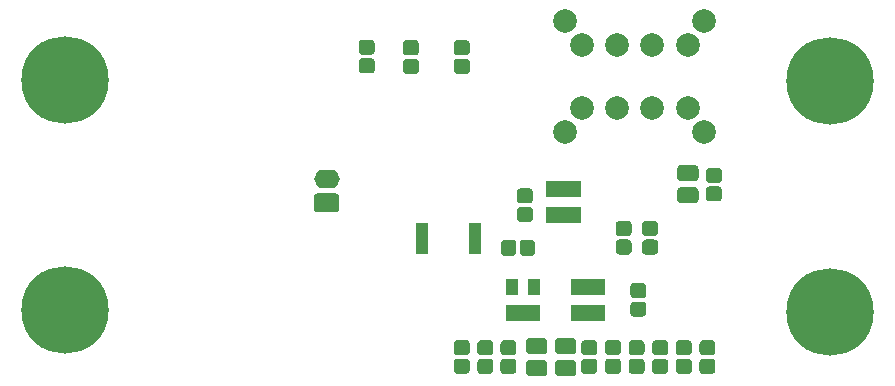
<source format=gts>
G04 #@! TF.GenerationSoftware,KiCad,Pcbnew,(5.1.0)-1*
G04 #@! TF.CreationDate,2019-05-30T16:04:32+02:00*
G04 #@! TF.ProjectId,currentscaler,63757272-656e-4747-9363-616c65722e6b,rev?*
G04 #@! TF.SameCoordinates,Original*
G04 #@! TF.FileFunction,Soldermask,Top*
G04 #@! TF.FilePolarity,Negative*
%FSLAX46Y46*%
G04 Gerber Fmt 4.6, Leading zero omitted, Abs format (unit mm)*
G04 Created by KiCad (PCBNEW (5.1.0)-1) date 2019-05-30 16:04:32*
%MOMM*%
%LPD*%
G04 APERTURE LIST*
%ADD10R,1.060000X0.760000*%
%ADD11C,0.100000*%
%ADD12C,1.275000*%
%ADD13O,2.150000X1.600000*%
%ADD14C,1.600000*%
%ADD15C,1.375000*%
%ADD16C,2.000000*%
%ADD17C,7.400000*%
%ADD18R,1.050000X1.460000*%
G04 APERTURE END LIST*
D10*
X133714999Y-111850000D03*
X133714999Y-112500000D03*
X133714999Y-113800000D03*
X133714999Y-113145000D03*
X138164999Y-113155000D03*
X138164999Y-113810000D03*
X138164999Y-112510000D03*
X138164999Y-111860000D03*
D11*
G36*
X141374993Y-112926535D02*
G01*
X141405935Y-112931125D01*
X141436278Y-112938725D01*
X141465730Y-112949263D01*
X141494008Y-112962638D01*
X141520838Y-112978719D01*
X141545963Y-112997353D01*
X141569140Y-113018360D01*
X141590147Y-113041537D01*
X141608781Y-113066662D01*
X141624862Y-113093492D01*
X141638237Y-113121770D01*
X141648775Y-113151222D01*
X141656375Y-113181565D01*
X141660965Y-113212507D01*
X141662500Y-113243750D01*
X141662500Y-113956250D01*
X141660965Y-113987493D01*
X141656375Y-114018435D01*
X141648775Y-114048778D01*
X141638237Y-114078230D01*
X141624862Y-114106508D01*
X141608781Y-114133338D01*
X141590147Y-114158463D01*
X141569140Y-114181640D01*
X141545963Y-114202647D01*
X141520838Y-114221281D01*
X141494008Y-114237362D01*
X141465730Y-114250737D01*
X141436278Y-114261275D01*
X141405935Y-114268875D01*
X141374993Y-114273465D01*
X141343750Y-114275000D01*
X140706250Y-114275000D01*
X140675007Y-114273465D01*
X140644065Y-114268875D01*
X140613722Y-114261275D01*
X140584270Y-114250737D01*
X140555992Y-114237362D01*
X140529162Y-114221281D01*
X140504037Y-114202647D01*
X140480860Y-114181640D01*
X140459853Y-114158463D01*
X140441219Y-114133338D01*
X140425138Y-114106508D01*
X140411763Y-114078230D01*
X140401225Y-114048778D01*
X140393625Y-114018435D01*
X140389035Y-113987493D01*
X140387500Y-113956250D01*
X140387500Y-113243750D01*
X140389035Y-113212507D01*
X140393625Y-113181565D01*
X140401225Y-113151222D01*
X140411763Y-113121770D01*
X140425138Y-113093492D01*
X140441219Y-113066662D01*
X140459853Y-113041537D01*
X140480860Y-113018360D01*
X140504037Y-112997353D01*
X140529162Y-112978719D01*
X140555992Y-112962638D01*
X140584270Y-112949263D01*
X140613722Y-112938725D01*
X140644065Y-112931125D01*
X140675007Y-112926535D01*
X140706250Y-112925000D01*
X141343750Y-112925000D01*
X141374993Y-112926535D01*
X141374993Y-112926535D01*
G37*
D12*
X141025000Y-113600000D03*
D11*
G36*
X142949993Y-112926535D02*
G01*
X142980935Y-112931125D01*
X143011278Y-112938725D01*
X143040730Y-112949263D01*
X143069008Y-112962638D01*
X143095838Y-112978719D01*
X143120963Y-112997353D01*
X143144140Y-113018360D01*
X143165147Y-113041537D01*
X143183781Y-113066662D01*
X143199862Y-113093492D01*
X143213237Y-113121770D01*
X143223775Y-113151222D01*
X143231375Y-113181565D01*
X143235965Y-113212507D01*
X143237500Y-113243750D01*
X143237500Y-113956250D01*
X143235965Y-113987493D01*
X143231375Y-114018435D01*
X143223775Y-114048778D01*
X143213237Y-114078230D01*
X143199862Y-114106508D01*
X143183781Y-114133338D01*
X143165147Y-114158463D01*
X143144140Y-114181640D01*
X143120963Y-114202647D01*
X143095838Y-114221281D01*
X143069008Y-114237362D01*
X143040730Y-114250737D01*
X143011278Y-114261275D01*
X142980935Y-114268875D01*
X142949993Y-114273465D01*
X142918750Y-114275000D01*
X142281250Y-114275000D01*
X142250007Y-114273465D01*
X142219065Y-114268875D01*
X142188722Y-114261275D01*
X142159270Y-114250737D01*
X142130992Y-114237362D01*
X142104162Y-114221281D01*
X142079037Y-114202647D01*
X142055860Y-114181640D01*
X142034853Y-114158463D01*
X142016219Y-114133338D01*
X142000138Y-114106508D01*
X141986763Y-114078230D01*
X141976225Y-114048778D01*
X141968625Y-114018435D01*
X141964035Y-113987493D01*
X141962500Y-113956250D01*
X141962500Y-113243750D01*
X141964035Y-113212507D01*
X141968625Y-113181565D01*
X141976225Y-113151222D01*
X141986763Y-113121770D01*
X142000138Y-113093492D01*
X142016219Y-113066662D01*
X142034853Y-113041537D01*
X142055860Y-113018360D01*
X142079037Y-112997353D01*
X142104162Y-112978719D01*
X142130992Y-112962638D01*
X142159270Y-112949263D01*
X142188722Y-112938725D01*
X142219065Y-112931125D01*
X142250007Y-112926535D01*
X142281250Y-112925000D01*
X142918750Y-112925000D01*
X142949993Y-112926535D01*
X142949993Y-112926535D01*
G37*
D12*
X142600000Y-113600000D03*
D13*
X125600000Y-107800000D03*
D11*
G36*
X126374340Y-109001605D02*
G01*
X126406698Y-109006405D01*
X126438429Y-109014353D01*
X126469229Y-109025373D01*
X126498800Y-109039359D01*
X126526857Y-109056177D01*
X126553132Y-109075663D01*
X126577369Y-109097631D01*
X126599337Y-109121868D01*
X126618823Y-109148143D01*
X126635641Y-109176200D01*
X126649627Y-109205771D01*
X126660647Y-109236571D01*
X126668595Y-109268302D01*
X126673395Y-109300660D01*
X126675000Y-109333332D01*
X126675000Y-110266668D01*
X126673395Y-110299340D01*
X126668595Y-110331698D01*
X126660647Y-110363429D01*
X126649627Y-110394229D01*
X126635641Y-110423800D01*
X126618823Y-110451857D01*
X126599337Y-110478132D01*
X126577369Y-110502369D01*
X126553132Y-110524337D01*
X126526857Y-110543823D01*
X126498800Y-110560641D01*
X126469229Y-110574627D01*
X126438429Y-110585647D01*
X126406698Y-110593595D01*
X126374340Y-110598395D01*
X126341668Y-110600000D01*
X124858332Y-110600000D01*
X124825660Y-110598395D01*
X124793302Y-110593595D01*
X124761571Y-110585647D01*
X124730771Y-110574627D01*
X124701200Y-110560641D01*
X124673143Y-110543823D01*
X124646868Y-110524337D01*
X124622631Y-110502369D01*
X124600663Y-110478132D01*
X124581177Y-110451857D01*
X124564359Y-110423800D01*
X124550373Y-110394229D01*
X124539353Y-110363429D01*
X124531405Y-110331698D01*
X124526605Y-110299340D01*
X124525000Y-110266668D01*
X124525000Y-109333332D01*
X124526605Y-109300660D01*
X124531405Y-109268302D01*
X124539353Y-109236571D01*
X124550373Y-109205771D01*
X124564359Y-109176200D01*
X124581177Y-109148143D01*
X124600663Y-109121868D01*
X124622631Y-109097631D01*
X124646868Y-109075663D01*
X124673143Y-109056177D01*
X124701200Y-109039359D01*
X124730771Y-109025373D01*
X124761571Y-109014353D01*
X124793302Y-109006405D01*
X124825660Y-109001605D01*
X124858332Y-109000000D01*
X126341668Y-109000000D01*
X126374340Y-109001605D01*
X126374340Y-109001605D01*
G37*
D14*
X125600000Y-109800000D03*
D11*
G36*
X156789943Y-108464155D02*
G01*
X156823312Y-108469105D01*
X156856035Y-108477302D01*
X156887797Y-108488666D01*
X156918293Y-108503090D01*
X156947227Y-108520432D01*
X156974323Y-108540528D01*
X156999318Y-108563182D01*
X157021972Y-108588177D01*
X157042068Y-108615273D01*
X157059410Y-108644207D01*
X157073834Y-108674703D01*
X157085198Y-108706465D01*
X157093395Y-108739188D01*
X157098345Y-108772557D01*
X157100000Y-108806250D01*
X157100000Y-109493750D01*
X157098345Y-109527443D01*
X157093395Y-109560812D01*
X157085198Y-109593535D01*
X157073834Y-109625297D01*
X157059410Y-109655793D01*
X157042068Y-109684727D01*
X157021972Y-109711823D01*
X156999318Y-109736818D01*
X156974323Y-109759472D01*
X156947227Y-109779568D01*
X156918293Y-109796910D01*
X156887797Y-109811334D01*
X156856035Y-109822698D01*
X156823312Y-109830895D01*
X156789943Y-109835845D01*
X156756250Y-109837500D01*
X155643750Y-109837500D01*
X155610057Y-109835845D01*
X155576688Y-109830895D01*
X155543965Y-109822698D01*
X155512203Y-109811334D01*
X155481707Y-109796910D01*
X155452773Y-109779568D01*
X155425677Y-109759472D01*
X155400682Y-109736818D01*
X155378028Y-109711823D01*
X155357932Y-109684727D01*
X155340590Y-109655793D01*
X155326166Y-109625297D01*
X155314802Y-109593535D01*
X155306605Y-109560812D01*
X155301655Y-109527443D01*
X155300000Y-109493750D01*
X155300000Y-108806250D01*
X155301655Y-108772557D01*
X155306605Y-108739188D01*
X155314802Y-108706465D01*
X155326166Y-108674703D01*
X155340590Y-108644207D01*
X155357932Y-108615273D01*
X155378028Y-108588177D01*
X155400682Y-108563182D01*
X155425677Y-108540528D01*
X155452773Y-108520432D01*
X155481707Y-108503090D01*
X155512203Y-108488666D01*
X155543965Y-108477302D01*
X155576688Y-108469105D01*
X155610057Y-108464155D01*
X155643750Y-108462500D01*
X156756250Y-108462500D01*
X156789943Y-108464155D01*
X156789943Y-108464155D01*
G37*
D15*
X156200000Y-109150000D03*
D11*
G36*
X156789943Y-106589155D02*
G01*
X156823312Y-106594105D01*
X156856035Y-106602302D01*
X156887797Y-106613666D01*
X156918293Y-106628090D01*
X156947227Y-106645432D01*
X156974323Y-106665528D01*
X156999318Y-106688182D01*
X157021972Y-106713177D01*
X157042068Y-106740273D01*
X157059410Y-106769207D01*
X157073834Y-106799703D01*
X157085198Y-106831465D01*
X157093395Y-106864188D01*
X157098345Y-106897557D01*
X157100000Y-106931250D01*
X157100000Y-107618750D01*
X157098345Y-107652443D01*
X157093395Y-107685812D01*
X157085198Y-107718535D01*
X157073834Y-107750297D01*
X157059410Y-107780793D01*
X157042068Y-107809727D01*
X157021972Y-107836823D01*
X156999318Y-107861818D01*
X156974323Y-107884472D01*
X156947227Y-107904568D01*
X156918293Y-107921910D01*
X156887797Y-107936334D01*
X156856035Y-107947698D01*
X156823312Y-107955895D01*
X156789943Y-107960845D01*
X156756250Y-107962500D01*
X155643750Y-107962500D01*
X155610057Y-107960845D01*
X155576688Y-107955895D01*
X155543965Y-107947698D01*
X155512203Y-107936334D01*
X155481707Y-107921910D01*
X155452773Y-107904568D01*
X155425677Y-107884472D01*
X155400682Y-107861818D01*
X155378028Y-107836823D01*
X155357932Y-107809727D01*
X155340590Y-107780793D01*
X155326166Y-107750297D01*
X155314802Y-107718535D01*
X155306605Y-107685812D01*
X155301655Y-107652443D01*
X155300000Y-107618750D01*
X155300000Y-106931250D01*
X155301655Y-106897557D01*
X155306605Y-106864188D01*
X155314802Y-106831465D01*
X155326166Y-106799703D01*
X155340590Y-106769207D01*
X155357932Y-106740273D01*
X155378028Y-106713177D01*
X155400682Y-106688182D01*
X155425677Y-106665528D01*
X155452773Y-106645432D01*
X155481707Y-106628090D01*
X155512203Y-106613666D01*
X155543965Y-106602302D01*
X155576688Y-106594105D01*
X155610057Y-106589155D01*
X155643750Y-106587500D01*
X156756250Y-106587500D01*
X156789943Y-106589155D01*
X156789943Y-106589155D01*
G37*
D15*
X156200000Y-107275000D03*
D11*
G36*
X146439943Y-121226655D02*
G01*
X146473312Y-121231605D01*
X146506035Y-121239802D01*
X146537797Y-121251166D01*
X146568293Y-121265590D01*
X146597227Y-121282932D01*
X146624323Y-121303028D01*
X146649318Y-121325682D01*
X146671972Y-121350677D01*
X146692068Y-121377773D01*
X146709410Y-121406707D01*
X146723834Y-121437203D01*
X146735198Y-121468965D01*
X146743395Y-121501688D01*
X146748345Y-121535057D01*
X146750000Y-121568750D01*
X146750000Y-122256250D01*
X146748345Y-122289943D01*
X146743395Y-122323312D01*
X146735198Y-122356035D01*
X146723834Y-122387797D01*
X146709410Y-122418293D01*
X146692068Y-122447227D01*
X146671972Y-122474323D01*
X146649318Y-122499318D01*
X146624323Y-122521972D01*
X146597227Y-122542068D01*
X146568293Y-122559410D01*
X146537797Y-122573834D01*
X146506035Y-122585198D01*
X146473312Y-122593395D01*
X146439943Y-122598345D01*
X146406250Y-122600000D01*
X145293750Y-122600000D01*
X145260057Y-122598345D01*
X145226688Y-122593395D01*
X145193965Y-122585198D01*
X145162203Y-122573834D01*
X145131707Y-122559410D01*
X145102773Y-122542068D01*
X145075677Y-122521972D01*
X145050682Y-122499318D01*
X145028028Y-122474323D01*
X145007932Y-122447227D01*
X144990590Y-122418293D01*
X144976166Y-122387797D01*
X144964802Y-122356035D01*
X144956605Y-122323312D01*
X144951655Y-122289943D01*
X144950000Y-122256250D01*
X144950000Y-121568750D01*
X144951655Y-121535057D01*
X144956605Y-121501688D01*
X144964802Y-121468965D01*
X144976166Y-121437203D01*
X144990590Y-121406707D01*
X145007932Y-121377773D01*
X145028028Y-121350677D01*
X145050682Y-121325682D01*
X145075677Y-121303028D01*
X145102773Y-121282932D01*
X145131707Y-121265590D01*
X145162203Y-121251166D01*
X145193965Y-121239802D01*
X145226688Y-121231605D01*
X145260057Y-121226655D01*
X145293750Y-121225000D01*
X146406250Y-121225000D01*
X146439943Y-121226655D01*
X146439943Y-121226655D01*
G37*
D15*
X145850000Y-121912500D03*
D11*
G36*
X146439943Y-123101655D02*
G01*
X146473312Y-123106605D01*
X146506035Y-123114802D01*
X146537797Y-123126166D01*
X146568293Y-123140590D01*
X146597227Y-123157932D01*
X146624323Y-123178028D01*
X146649318Y-123200682D01*
X146671972Y-123225677D01*
X146692068Y-123252773D01*
X146709410Y-123281707D01*
X146723834Y-123312203D01*
X146735198Y-123343965D01*
X146743395Y-123376688D01*
X146748345Y-123410057D01*
X146750000Y-123443750D01*
X146750000Y-124131250D01*
X146748345Y-124164943D01*
X146743395Y-124198312D01*
X146735198Y-124231035D01*
X146723834Y-124262797D01*
X146709410Y-124293293D01*
X146692068Y-124322227D01*
X146671972Y-124349323D01*
X146649318Y-124374318D01*
X146624323Y-124396972D01*
X146597227Y-124417068D01*
X146568293Y-124434410D01*
X146537797Y-124448834D01*
X146506035Y-124460198D01*
X146473312Y-124468395D01*
X146439943Y-124473345D01*
X146406250Y-124475000D01*
X145293750Y-124475000D01*
X145260057Y-124473345D01*
X145226688Y-124468395D01*
X145193965Y-124460198D01*
X145162203Y-124448834D01*
X145131707Y-124434410D01*
X145102773Y-124417068D01*
X145075677Y-124396972D01*
X145050682Y-124374318D01*
X145028028Y-124349323D01*
X145007932Y-124322227D01*
X144990590Y-124293293D01*
X144976166Y-124262797D01*
X144964802Y-124231035D01*
X144956605Y-124198312D01*
X144951655Y-124164943D01*
X144950000Y-124131250D01*
X144950000Y-123443750D01*
X144951655Y-123410057D01*
X144956605Y-123376688D01*
X144964802Y-123343965D01*
X144976166Y-123312203D01*
X144990590Y-123281707D01*
X145007932Y-123252773D01*
X145028028Y-123225677D01*
X145050682Y-123200682D01*
X145075677Y-123178028D01*
X145102773Y-123157932D01*
X145131707Y-123140590D01*
X145162203Y-123126166D01*
X145193965Y-123114802D01*
X145226688Y-123106605D01*
X145260057Y-123101655D01*
X145293750Y-123100000D01*
X146406250Y-123100000D01*
X146439943Y-123101655D01*
X146439943Y-123101655D01*
G37*
D15*
X145850000Y-123787500D03*
D11*
G36*
X143989943Y-123101655D02*
G01*
X144023312Y-123106605D01*
X144056035Y-123114802D01*
X144087797Y-123126166D01*
X144118293Y-123140590D01*
X144147227Y-123157932D01*
X144174323Y-123178028D01*
X144199318Y-123200682D01*
X144221972Y-123225677D01*
X144242068Y-123252773D01*
X144259410Y-123281707D01*
X144273834Y-123312203D01*
X144285198Y-123343965D01*
X144293395Y-123376688D01*
X144298345Y-123410057D01*
X144300000Y-123443750D01*
X144300000Y-124131250D01*
X144298345Y-124164943D01*
X144293395Y-124198312D01*
X144285198Y-124231035D01*
X144273834Y-124262797D01*
X144259410Y-124293293D01*
X144242068Y-124322227D01*
X144221972Y-124349323D01*
X144199318Y-124374318D01*
X144174323Y-124396972D01*
X144147227Y-124417068D01*
X144118293Y-124434410D01*
X144087797Y-124448834D01*
X144056035Y-124460198D01*
X144023312Y-124468395D01*
X143989943Y-124473345D01*
X143956250Y-124475000D01*
X142843750Y-124475000D01*
X142810057Y-124473345D01*
X142776688Y-124468395D01*
X142743965Y-124460198D01*
X142712203Y-124448834D01*
X142681707Y-124434410D01*
X142652773Y-124417068D01*
X142625677Y-124396972D01*
X142600682Y-124374318D01*
X142578028Y-124349323D01*
X142557932Y-124322227D01*
X142540590Y-124293293D01*
X142526166Y-124262797D01*
X142514802Y-124231035D01*
X142506605Y-124198312D01*
X142501655Y-124164943D01*
X142500000Y-124131250D01*
X142500000Y-123443750D01*
X142501655Y-123410057D01*
X142506605Y-123376688D01*
X142514802Y-123343965D01*
X142526166Y-123312203D01*
X142540590Y-123281707D01*
X142557932Y-123252773D01*
X142578028Y-123225677D01*
X142600682Y-123200682D01*
X142625677Y-123178028D01*
X142652773Y-123157932D01*
X142681707Y-123140590D01*
X142712203Y-123126166D01*
X142743965Y-123114802D01*
X142776688Y-123106605D01*
X142810057Y-123101655D01*
X142843750Y-123100000D01*
X143956250Y-123100000D01*
X143989943Y-123101655D01*
X143989943Y-123101655D01*
G37*
D15*
X143400000Y-123787500D03*
D11*
G36*
X143989943Y-121226655D02*
G01*
X144023312Y-121231605D01*
X144056035Y-121239802D01*
X144087797Y-121251166D01*
X144118293Y-121265590D01*
X144147227Y-121282932D01*
X144174323Y-121303028D01*
X144199318Y-121325682D01*
X144221972Y-121350677D01*
X144242068Y-121377773D01*
X144259410Y-121406707D01*
X144273834Y-121437203D01*
X144285198Y-121468965D01*
X144293395Y-121501688D01*
X144298345Y-121535057D01*
X144300000Y-121568750D01*
X144300000Y-122256250D01*
X144298345Y-122289943D01*
X144293395Y-122323312D01*
X144285198Y-122356035D01*
X144273834Y-122387797D01*
X144259410Y-122418293D01*
X144242068Y-122447227D01*
X144221972Y-122474323D01*
X144199318Y-122499318D01*
X144174323Y-122521972D01*
X144147227Y-122542068D01*
X144118293Y-122559410D01*
X144087797Y-122573834D01*
X144056035Y-122585198D01*
X144023312Y-122593395D01*
X143989943Y-122598345D01*
X143956250Y-122600000D01*
X142843750Y-122600000D01*
X142810057Y-122598345D01*
X142776688Y-122593395D01*
X142743965Y-122585198D01*
X142712203Y-122573834D01*
X142681707Y-122559410D01*
X142652773Y-122542068D01*
X142625677Y-122521972D01*
X142600682Y-122499318D01*
X142578028Y-122474323D01*
X142557932Y-122447227D01*
X142540590Y-122418293D01*
X142526166Y-122387797D01*
X142514802Y-122356035D01*
X142506605Y-122323312D01*
X142501655Y-122289943D01*
X142500000Y-122256250D01*
X142500000Y-121568750D01*
X142501655Y-121535057D01*
X142506605Y-121501688D01*
X142514802Y-121468965D01*
X142526166Y-121437203D01*
X142540590Y-121406707D01*
X142557932Y-121377773D01*
X142578028Y-121350677D01*
X142600682Y-121325682D01*
X142625677Y-121303028D01*
X142652773Y-121282932D01*
X142681707Y-121265590D01*
X142712203Y-121251166D01*
X142743965Y-121239802D01*
X142776688Y-121231605D01*
X142810057Y-121226655D01*
X142843750Y-121225000D01*
X143956250Y-121225000D01*
X143989943Y-121226655D01*
X143989943Y-121226655D01*
G37*
D15*
X143400000Y-121912500D03*
D16*
X156200000Y-101750000D03*
X153200000Y-101750000D03*
X150200000Y-101750000D03*
X147200000Y-101750000D03*
X156200000Y-96450000D03*
X150200000Y-96450000D03*
X147200000Y-96450000D03*
X153200000Y-96450000D03*
X145800000Y-94400000D03*
X157600000Y-94400000D03*
X157600000Y-103800000D03*
X145800000Y-103800000D03*
D17*
X168230000Y-119000000D03*
X168230000Y-99500000D03*
X103460000Y-99390000D03*
X103460000Y-118890000D03*
D11*
G36*
X150237493Y-122989035D02*
G01*
X150268435Y-122993625D01*
X150298778Y-123001225D01*
X150328230Y-123011763D01*
X150356508Y-123025138D01*
X150383338Y-123041219D01*
X150408463Y-123059853D01*
X150431640Y-123080860D01*
X150452647Y-123104037D01*
X150471281Y-123129162D01*
X150487362Y-123155992D01*
X150500737Y-123184270D01*
X150511275Y-123213722D01*
X150518875Y-123244065D01*
X150523465Y-123275007D01*
X150525000Y-123306250D01*
X150525000Y-123943750D01*
X150523465Y-123974993D01*
X150518875Y-124005935D01*
X150511275Y-124036278D01*
X150500737Y-124065730D01*
X150487362Y-124094008D01*
X150471281Y-124120838D01*
X150452647Y-124145963D01*
X150431640Y-124169140D01*
X150408463Y-124190147D01*
X150383338Y-124208781D01*
X150356508Y-124224862D01*
X150328230Y-124238237D01*
X150298778Y-124248775D01*
X150268435Y-124256375D01*
X150237493Y-124260965D01*
X150206250Y-124262500D01*
X149493750Y-124262500D01*
X149462507Y-124260965D01*
X149431565Y-124256375D01*
X149401222Y-124248775D01*
X149371770Y-124238237D01*
X149343492Y-124224862D01*
X149316662Y-124208781D01*
X149291537Y-124190147D01*
X149268360Y-124169140D01*
X149247353Y-124145963D01*
X149228719Y-124120838D01*
X149212638Y-124094008D01*
X149199263Y-124065730D01*
X149188725Y-124036278D01*
X149181125Y-124005935D01*
X149176535Y-123974993D01*
X149175000Y-123943750D01*
X149175000Y-123306250D01*
X149176535Y-123275007D01*
X149181125Y-123244065D01*
X149188725Y-123213722D01*
X149199263Y-123184270D01*
X149212638Y-123155992D01*
X149228719Y-123129162D01*
X149247353Y-123104037D01*
X149268360Y-123080860D01*
X149291537Y-123059853D01*
X149316662Y-123041219D01*
X149343492Y-123025138D01*
X149371770Y-123011763D01*
X149401222Y-123001225D01*
X149431565Y-122993625D01*
X149462507Y-122989035D01*
X149493750Y-122987500D01*
X150206250Y-122987500D01*
X150237493Y-122989035D01*
X150237493Y-122989035D01*
G37*
D12*
X149850000Y-123625000D03*
D11*
G36*
X150237493Y-121414035D02*
G01*
X150268435Y-121418625D01*
X150298778Y-121426225D01*
X150328230Y-121436763D01*
X150356508Y-121450138D01*
X150383338Y-121466219D01*
X150408463Y-121484853D01*
X150431640Y-121505860D01*
X150452647Y-121529037D01*
X150471281Y-121554162D01*
X150487362Y-121580992D01*
X150500737Y-121609270D01*
X150511275Y-121638722D01*
X150518875Y-121669065D01*
X150523465Y-121700007D01*
X150525000Y-121731250D01*
X150525000Y-122368750D01*
X150523465Y-122399993D01*
X150518875Y-122430935D01*
X150511275Y-122461278D01*
X150500737Y-122490730D01*
X150487362Y-122519008D01*
X150471281Y-122545838D01*
X150452647Y-122570963D01*
X150431640Y-122594140D01*
X150408463Y-122615147D01*
X150383338Y-122633781D01*
X150356508Y-122649862D01*
X150328230Y-122663237D01*
X150298778Y-122673775D01*
X150268435Y-122681375D01*
X150237493Y-122685965D01*
X150206250Y-122687500D01*
X149493750Y-122687500D01*
X149462507Y-122685965D01*
X149431565Y-122681375D01*
X149401222Y-122673775D01*
X149371770Y-122663237D01*
X149343492Y-122649862D01*
X149316662Y-122633781D01*
X149291537Y-122615147D01*
X149268360Y-122594140D01*
X149247353Y-122570963D01*
X149228719Y-122545838D01*
X149212638Y-122519008D01*
X149199263Y-122490730D01*
X149188725Y-122461278D01*
X149181125Y-122430935D01*
X149176535Y-122399993D01*
X149175000Y-122368750D01*
X149175000Y-121731250D01*
X149176535Y-121700007D01*
X149181125Y-121669065D01*
X149188725Y-121638722D01*
X149199263Y-121609270D01*
X149212638Y-121580992D01*
X149228719Y-121554162D01*
X149247353Y-121529037D01*
X149268360Y-121505860D01*
X149291537Y-121484853D01*
X149316662Y-121466219D01*
X149343492Y-121450138D01*
X149371770Y-121436763D01*
X149401222Y-121426225D01*
X149431565Y-121418625D01*
X149462507Y-121414035D01*
X149493750Y-121412500D01*
X150206250Y-121412500D01*
X150237493Y-121414035D01*
X150237493Y-121414035D01*
G37*
D12*
X149850000Y-122050000D03*
D18*
X141300000Y-119100000D03*
X142250000Y-119100000D03*
X143200000Y-119100000D03*
X143200000Y-116900000D03*
X141300000Y-116900000D03*
X147750000Y-119100000D03*
X148700000Y-119100000D03*
X146800000Y-119100000D03*
X146800000Y-116900000D03*
X147750000Y-116900000D03*
X148700000Y-116900000D03*
X144700000Y-110850000D03*
X145650000Y-110850000D03*
X146600000Y-110850000D03*
X146600000Y-108650000D03*
X144700000Y-108650000D03*
X145650000Y-108650000D03*
D11*
G36*
X148237493Y-123001535D02*
G01*
X148268435Y-123006125D01*
X148298778Y-123013725D01*
X148328230Y-123024263D01*
X148356508Y-123037638D01*
X148383338Y-123053719D01*
X148408463Y-123072353D01*
X148431640Y-123093360D01*
X148452647Y-123116537D01*
X148471281Y-123141662D01*
X148487362Y-123168492D01*
X148500737Y-123196770D01*
X148511275Y-123226222D01*
X148518875Y-123256565D01*
X148523465Y-123287507D01*
X148525000Y-123318750D01*
X148525000Y-123956250D01*
X148523465Y-123987493D01*
X148518875Y-124018435D01*
X148511275Y-124048778D01*
X148500737Y-124078230D01*
X148487362Y-124106508D01*
X148471281Y-124133338D01*
X148452647Y-124158463D01*
X148431640Y-124181640D01*
X148408463Y-124202647D01*
X148383338Y-124221281D01*
X148356508Y-124237362D01*
X148328230Y-124250737D01*
X148298778Y-124261275D01*
X148268435Y-124268875D01*
X148237493Y-124273465D01*
X148206250Y-124275000D01*
X147493750Y-124275000D01*
X147462507Y-124273465D01*
X147431565Y-124268875D01*
X147401222Y-124261275D01*
X147371770Y-124250737D01*
X147343492Y-124237362D01*
X147316662Y-124221281D01*
X147291537Y-124202647D01*
X147268360Y-124181640D01*
X147247353Y-124158463D01*
X147228719Y-124133338D01*
X147212638Y-124106508D01*
X147199263Y-124078230D01*
X147188725Y-124048778D01*
X147181125Y-124018435D01*
X147176535Y-123987493D01*
X147175000Y-123956250D01*
X147175000Y-123318750D01*
X147176535Y-123287507D01*
X147181125Y-123256565D01*
X147188725Y-123226222D01*
X147199263Y-123196770D01*
X147212638Y-123168492D01*
X147228719Y-123141662D01*
X147247353Y-123116537D01*
X147268360Y-123093360D01*
X147291537Y-123072353D01*
X147316662Y-123053719D01*
X147343492Y-123037638D01*
X147371770Y-123024263D01*
X147401222Y-123013725D01*
X147431565Y-123006125D01*
X147462507Y-123001535D01*
X147493750Y-123000000D01*
X148206250Y-123000000D01*
X148237493Y-123001535D01*
X148237493Y-123001535D01*
G37*
D12*
X147850000Y-123637500D03*
D11*
G36*
X148237493Y-121426535D02*
G01*
X148268435Y-121431125D01*
X148298778Y-121438725D01*
X148328230Y-121449263D01*
X148356508Y-121462638D01*
X148383338Y-121478719D01*
X148408463Y-121497353D01*
X148431640Y-121518360D01*
X148452647Y-121541537D01*
X148471281Y-121566662D01*
X148487362Y-121593492D01*
X148500737Y-121621770D01*
X148511275Y-121651222D01*
X148518875Y-121681565D01*
X148523465Y-121712507D01*
X148525000Y-121743750D01*
X148525000Y-122381250D01*
X148523465Y-122412493D01*
X148518875Y-122443435D01*
X148511275Y-122473778D01*
X148500737Y-122503230D01*
X148487362Y-122531508D01*
X148471281Y-122558338D01*
X148452647Y-122583463D01*
X148431640Y-122606640D01*
X148408463Y-122627647D01*
X148383338Y-122646281D01*
X148356508Y-122662362D01*
X148328230Y-122675737D01*
X148298778Y-122686275D01*
X148268435Y-122693875D01*
X148237493Y-122698465D01*
X148206250Y-122700000D01*
X147493750Y-122700000D01*
X147462507Y-122698465D01*
X147431565Y-122693875D01*
X147401222Y-122686275D01*
X147371770Y-122675737D01*
X147343492Y-122662362D01*
X147316662Y-122646281D01*
X147291537Y-122627647D01*
X147268360Y-122606640D01*
X147247353Y-122583463D01*
X147228719Y-122558338D01*
X147212638Y-122531508D01*
X147199263Y-122503230D01*
X147188725Y-122473778D01*
X147181125Y-122443435D01*
X147176535Y-122412493D01*
X147175000Y-122381250D01*
X147175000Y-121743750D01*
X147176535Y-121712507D01*
X147181125Y-121681565D01*
X147188725Y-121651222D01*
X147199263Y-121621770D01*
X147212638Y-121593492D01*
X147228719Y-121566662D01*
X147247353Y-121541537D01*
X147268360Y-121518360D01*
X147291537Y-121497353D01*
X147316662Y-121478719D01*
X147343492Y-121462638D01*
X147371770Y-121449263D01*
X147401222Y-121438725D01*
X147431565Y-121431125D01*
X147462507Y-121426535D01*
X147493750Y-121425000D01*
X148206250Y-121425000D01*
X148237493Y-121426535D01*
X148237493Y-121426535D01*
G37*
D12*
X147850000Y-122062500D03*
D11*
G36*
X151137493Y-111326535D02*
G01*
X151168435Y-111331125D01*
X151198778Y-111338725D01*
X151228230Y-111349263D01*
X151256508Y-111362638D01*
X151283338Y-111378719D01*
X151308463Y-111397353D01*
X151331640Y-111418360D01*
X151352647Y-111441537D01*
X151371281Y-111466662D01*
X151387362Y-111493492D01*
X151400737Y-111521770D01*
X151411275Y-111551222D01*
X151418875Y-111581565D01*
X151423465Y-111612507D01*
X151425000Y-111643750D01*
X151425000Y-112281250D01*
X151423465Y-112312493D01*
X151418875Y-112343435D01*
X151411275Y-112373778D01*
X151400737Y-112403230D01*
X151387362Y-112431508D01*
X151371281Y-112458338D01*
X151352647Y-112483463D01*
X151331640Y-112506640D01*
X151308463Y-112527647D01*
X151283338Y-112546281D01*
X151256508Y-112562362D01*
X151228230Y-112575737D01*
X151198778Y-112586275D01*
X151168435Y-112593875D01*
X151137493Y-112598465D01*
X151106250Y-112600000D01*
X150393750Y-112600000D01*
X150362507Y-112598465D01*
X150331565Y-112593875D01*
X150301222Y-112586275D01*
X150271770Y-112575737D01*
X150243492Y-112562362D01*
X150216662Y-112546281D01*
X150191537Y-112527647D01*
X150168360Y-112506640D01*
X150147353Y-112483463D01*
X150128719Y-112458338D01*
X150112638Y-112431508D01*
X150099263Y-112403230D01*
X150088725Y-112373778D01*
X150081125Y-112343435D01*
X150076535Y-112312493D01*
X150075000Y-112281250D01*
X150075000Y-111643750D01*
X150076535Y-111612507D01*
X150081125Y-111581565D01*
X150088725Y-111551222D01*
X150099263Y-111521770D01*
X150112638Y-111493492D01*
X150128719Y-111466662D01*
X150147353Y-111441537D01*
X150168360Y-111418360D01*
X150191537Y-111397353D01*
X150216662Y-111378719D01*
X150243492Y-111362638D01*
X150271770Y-111349263D01*
X150301222Y-111338725D01*
X150331565Y-111331125D01*
X150362507Y-111326535D01*
X150393750Y-111325000D01*
X151106250Y-111325000D01*
X151137493Y-111326535D01*
X151137493Y-111326535D01*
G37*
D12*
X150750000Y-111962500D03*
D11*
G36*
X151137493Y-112901535D02*
G01*
X151168435Y-112906125D01*
X151198778Y-112913725D01*
X151228230Y-112924263D01*
X151256508Y-112937638D01*
X151283338Y-112953719D01*
X151308463Y-112972353D01*
X151331640Y-112993360D01*
X151352647Y-113016537D01*
X151371281Y-113041662D01*
X151387362Y-113068492D01*
X151400737Y-113096770D01*
X151411275Y-113126222D01*
X151418875Y-113156565D01*
X151423465Y-113187507D01*
X151425000Y-113218750D01*
X151425000Y-113856250D01*
X151423465Y-113887493D01*
X151418875Y-113918435D01*
X151411275Y-113948778D01*
X151400737Y-113978230D01*
X151387362Y-114006508D01*
X151371281Y-114033338D01*
X151352647Y-114058463D01*
X151331640Y-114081640D01*
X151308463Y-114102647D01*
X151283338Y-114121281D01*
X151256508Y-114137362D01*
X151228230Y-114150737D01*
X151198778Y-114161275D01*
X151168435Y-114168875D01*
X151137493Y-114173465D01*
X151106250Y-114175000D01*
X150393750Y-114175000D01*
X150362507Y-114173465D01*
X150331565Y-114168875D01*
X150301222Y-114161275D01*
X150271770Y-114150737D01*
X150243492Y-114137362D01*
X150216662Y-114121281D01*
X150191537Y-114102647D01*
X150168360Y-114081640D01*
X150147353Y-114058463D01*
X150128719Y-114033338D01*
X150112638Y-114006508D01*
X150099263Y-113978230D01*
X150088725Y-113948778D01*
X150081125Y-113918435D01*
X150076535Y-113887493D01*
X150075000Y-113856250D01*
X150075000Y-113218750D01*
X150076535Y-113187507D01*
X150081125Y-113156565D01*
X150088725Y-113126222D01*
X150099263Y-113096770D01*
X150112638Y-113068492D01*
X150128719Y-113041662D01*
X150147353Y-113016537D01*
X150168360Y-112993360D01*
X150191537Y-112972353D01*
X150216662Y-112953719D01*
X150243492Y-112937638D01*
X150271770Y-112924263D01*
X150301222Y-112913725D01*
X150331565Y-112906125D01*
X150362507Y-112901535D01*
X150393750Y-112900000D01*
X151106250Y-112900000D01*
X151137493Y-112901535D01*
X151137493Y-112901535D01*
G37*
D12*
X150750000Y-113537500D03*
D11*
G36*
X133137493Y-97601535D02*
G01*
X133168435Y-97606125D01*
X133198778Y-97613725D01*
X133228230Y-97624263D01*
X133256508Y-97637638D01*
X133283338Y-97653719D01*
X133308463Y-97672353D01*
X133331640Y-97693360D01*
X133352647Y-97716537D01*
X133371281Y-97741662D01*
X133387362Y-97768492D01*
X133400737Y-97796770D01*
X133411275Y-97826222D01*
X133418875Y-97856565D01*
X133423465Y-97887507D01*
X133425000Y-97918750D01*
X133425000Y-98556250D01*
X133423465Y-98587493D01*
X133418875Y-98618435D01*
X133411275Y-98648778D01*
X133400737Y-98678230D01*
X133387362Y-98706508D01*
X133371281Y-98733338D01*
X133352647Y-98758463D01*
X133331640Y-98781640D01*
X133308463Y-98802647D01*
X133283338Y-98821281D01*
X133256508Y-98837362D01*
X133228230Y-98850737D01*
X133198778Y-98861275D01*
X133168435Y-98868875D01*
X133137493Y-98873465D01*
X133106250Y-98875000D01*
X132393750Y-98875000D01*
X132362507Y-98873465D01*
X132331565Y-98868875D01*
X132301222Y-98861275D01*
X132271770Y-98850737D01*
X132243492Y-98837362D01*
X132216662Y-98821281D01*
X132191537Y-98802647D01*
X132168360Y-98781640D01*
X132147353Y-98758463D01*
X132128719Y-98733338D01*
X132112638Y-98706508D01*
X132099263Y-98678230D01*
X132088725Y-98648778D01*
X132081125Y-98618435D01*
X132076535Y-98587493D01*
X132075000Y-98556250D01*
X132075000Y-97918750D01*
X132076535Y-97887507D01*
X132081125Y-97856565D01*
X132088725Y-97826222D01*
X132099263Y-97796770D01*
X132112638Y-97768492D01*
X132128719Y-97741662D01*
X132147353Y-97716537D01*
X132168360Y-97693360D01*
X132191537Y-97672353D01*
X132216662Y-97653719D01*
X132243492Y-97637638D01*
X132271770Y-97624263D01*
X132301222Y-97613725D01*
X132331565Y-97606125D01*
X132362507Y-97601535D01*
X132393750Y-97600000D01*
X133106250Y-97600000D01*
X133137493Y-97601535D01*
X133137493Y-97601535D01*
G37*
D12*
X132750000Y-98237500D03*
D11*
G36*
X133137493Y-96026535D02*
G01*
X133168435Y-96031125D01*
X133198778Y-96038725D01*
X133228230Y-96049263D01*
X133256508Y-96062638D01*
X133283338Y-96078719D01*
X133308463Y-96097353D01*
X133331640Y-96118360D01*
X133352647Y-96141537D01*
X133371281Y-96166662D01*
X133387362Y-96193492D01*
X133400737Y-96221770D01*
X133411275Y-96251222D01*
X133418875Y-96281565D01*
X133423465Y-96312507D01*
X133425000Y-96343750D01*
X133425000Y-96981250D01*
X133423465Y-97012493D01*
X133418875Y-97043435D01*
X133411275Y-97073778D01*
X133400737Y-97103230D01*
X133387362Y-97131508D01*
X133371281Y-97158338D01*
X133352647Y-97183463D01*
X133331640Y-97206640D01*
X133308463Y-97227647D01*
X133283338Y-97246281D01*
X133256508Y-97262362D01*
X133228230Y-97275737D01*
X133198778Y-97286275D01*
X133168435Y-97293875D01*
X133137493Y-97298465D01*
X133106250Y-97300000D01*
X132393750Y-97300000D01*
X132362507Y-97298465D01*
X132331565Y-97293875D01*
X132301222Y-97286275D01*
X132271770Y-97275737D01*
X132243492Y-97262362D01*
X132216662Y-97246281D01*
X132191537Y-97227647D01*
X132168360Y-97206640D01*
X132147353Y-97183463D01*
X132128719Y-97158338D01*
X132112638Y-97131508D01*
X132099263Y-97103230D01*
X132088725Y-97073778D01*
X132081125Y-97043435D01*
X132076535Y-97012493D01*
X132075000Y-96981250D01*
X132075000Y-96343750D01*
X132076535Y-96312507D01*
X132081125Y-96281565D01*
X132088725Y-96251222D01*
X132099263Y-96221770D01*
X132112638Y-96193492D01*
X132128719Y-96166662D01*
X132147353Y-96141537D01*
X132168360Y-96118360D01*
X132191537Y-96097353D01*
X132216662Y-96078719D01*
X132243492Y-96062638D01*
X132271770Y-96049263D01*
X132301222Y-96038725D01*
X132331565Y-96031125D01*
X132362507Y-96026535D01*
X132393750Y-96025000D01*
X133106250Y-96025000D01*
X133137493Y-96026535D01*
X133137493Y-96026535D01*
G37*
D12*
X132750000Y-96662500D03*
D11*
G36*
X152237493Y-123001535D02*
G01*
X152268435Y-123006125D01*
X152298778Y-123013725D01*
X152328230Y-123024263D01*
X152356508Y-123037638D01*
X152383338Y-123053719D01*
X152408463Y-123072353D01*
X152431640Y-123093360D01*
X152452647Y-123116537D01*
X152471281Y-123141662D01*
X152487362Y-123168492D01*
X152500737Y-123196770D01*
X152511275Y-123226222D01*
X152518875Y-123256565D01*
X152523465Y-123287507D01*
X152525000Y-123318750D01*
X152525000Y-123956250D01*
X152523465Y-123987493D01*
X152518875Y-124018435D01*
X152511275Y-124048778D01*
X152500737Y-124078230D01*
X152487362Y-124106508D01*
X152471281Y-124133338D01*
X152452647Y-124158463D01*
X152431640Y-124181640D01*
X152408463Y-124202647D01*
X152383338Y-124221281D01*
X152356508Y-124237362D01*
X152328230Y-124250737D01*
X152298778Y-124261275D01*
X152268435Y-124268875D01*
X152237493Y-124273465D01*
X152206250Y-124275000D01*
X151493750Y-124275000D01*
X151462507Y-124273465D01*
X151431565Y-124268875D01*
X151401222Y-124261275D01*
X151371770Y-124250737D01*
X151343492Y-124237362D01*
X151316662Y-124221281D01*
X151291537Y-124202647D01*
X151268360Y-124181640D01*
X151247353Y-124158463D01*
X151228719Y-124133338D01*
X151212638Y-124106508D01*
X151199263Y-124078230D01*
X151188725Y-124048778D01*
X151181125Y-124018435D01*
X151176535Y-123987493D01*
X151175000Y-123956250D01*
X151175000Y-123318750D01*
X151176535Y-123287507D01*
X151181125Y-123256565D01*
X151188725Y-123226222D01*
X151199263Y-123196770D01*
X151212638Y-123168492D01*
X151228719Y-123141662D01*
X151247353Y-123116537D01*
X151268360Y-123093360D01*
X151291537Y-123072353D01*
X151316662Y-123053719D01*
X151343492Y-123037638D01*
X151371770Y-123024263D01*
X151401222Y-123013725D01*
X151431565Y-123006125D01*
X151462507Y-123001535D01*
X151493750Y-123000000D01*
X152206250Y-123000000D01*
X152237493Y-123001535D01*
X152237493Y-123001535D01*
G37*
D12*
X151850000Y-123637500D03*
D11*
G36*
X152237493Y-121426535D02*
G01*
X152268435Y-121431125D01*
X152298778Y-121438725D01*
X152328230Y-121449263D01*
X152356508Y-121462638D01*
X152383338Y-121478719D01*
X152408463Y-121497353D01*
X152431640Y-121518360D01*
X152452647Y-121541537D01*
X152471281Y-121566662D01*
X152487362Y-121593492D01*
X152500737Y-121621770D01*
X152511275Y-121651222D01*
X152518875Y-121681565D01*
X152523465Y-121712507D01*
X152525000Y-121743750D01*
X152525000Y-122381250D01*
X152523465Y-122412493D01*
X152518875Y-122443435D01*
X152511275Y-122473778D01*
X152500737Y-122503230D01*
X152487362Y-122531508D01*
X152471281Y-122558338D01*
X152452647Y-122583463D01*
X152431640Y-122606640D01*
X152408463Y-122627647D01*
X152383338Y-122646281D01*
X152356508Y-122662362D01*
X152328230Y-122675737D01*
X152298778Y-122686275D01*
X152268435Y-122693875D01*
X152237493Y-122698465D01*
X152206250Y-122700000D01*
X151493750Y-122700000D01*
X151462507Y-122698465D01*
X151431565Y-122693875D01*
X151401222Y-122686275D01*
X151371770Y-122675737D01*
X151343492Y-122662362D01*
X151316662Y-122646281D01*
X151291537Y-122627647D01*
X151268360Y-122606640D01*
X151247353Y-122583463D01*
X151228719Y-122558338D01*
X151212638Y-122531508D01*
X151199263Y-122503230D01*
X151188725Y-122473778D01*
X151181125Y-122443435D01*
X151176535Y-122412493D01*
X151175000Y-122381250D01*
X151175000Y-121743750D01*
X151176535Y-121712507D01*
X151181125Y-121681565D01*
X151188725Y-121651222D01*
X151199263Y-121621770D01*
X151212638Y-121593492D01*
X151228719Y-121566662D01*
X151247353Y-121541537D01*
X151268360Y-121518360D01*
X151291537Y-121497353D01*
X151316662Y-121478719D01*
X151343492Y-121462638D01*
X151371770Y-121449263D01*
X151401222Y-121438725D01*
X151431565Y-121431125D01*
X151462507Y-121426535D01*
X151493750Y-121425000D01*
X152206250Y-121425000D01*
X152237493Y-121426535D01*
X152237493Y-121426535D01*
G37*
D12*
X151850000Y-122062500D03*
D11*
G36*
X137437493Y-96026535D02*
G01*
X137468435Y-96031125D01*
X137498778Y-96038725D01*
X137528230Y-96049263D01*
X137556508Y-96062638D01*
X137583338Y-96078719D01*
X137608463Y-96097353D01*
X137631640Y-96118360D01*
X137652647Y-96141537D01*
X137671281Y-96166662D01*
X137687362Y-96193492D01*
X137700737Y-96221770D01*
X137711275Y-96251222D01*
X137718875Y-96281565D01*
X137723465Y-96312507D01*
X137725000Y-96343750D01*
X137725000Y-96981250D01*
X137723465Y-97012493D01*
X137718875Y-97043435D01*
X137711275Y-97073778D01*
X137700737Y-97103230D01*
X137687362Y-97131508D01*
X137671281Y-97158338D01*
X137652647Y-97183463D01*
X137631640Y-97206640D01*
X137608463Y-97227647D01*
X137583338Y-97246281D01*
X137556508Y-97262362D01*
X137528230Y-97275737D01*
X137498778Y-97286275D01*
X137468435Y-97293875D01*
X137437493Y-97298465D01*
X137406250Y-97300000D01*
X136693750Y-97300000D01*
X136662507Y-97298465D01*
X136631565Y-97293875D01*
X136601222Y-97286275D01*
X136571770Y-97275737D01*
X136543492Y-97262362D01*
X136516662Y-97246281D01*
X136491537Y-97227647D01*
X136468360Y-97206640D01*
X136447353Y-97183463D01*
X136428719Y-97158338D01*
X136412638Y-97131508D01*
X136399263Y-97103230D01*
X136388725Y-97073778D01*
X136381125Y-97043435D01*
X136376535Y-97012493D01*
X136375000Y-96981250D01*
X136375000Y-96343750D01*
X136376535Y-96312507D01*
X136381125Y-96281565D01*
X136388725Y-96251222D01*
X136399263Y-96221770D01*
X136412638Y-96193492D01*
X136428719Y-96166662D01*
X136447353Y-96141537D01*
X136468360Y-96118360D01*
X136491537Y-96097353D01*
X136516662Y-96078719D01*
X136543492Y-96062638D01*
X136571770Y-96049263D01*
X136601222Y-96038725D01*
X136631565Y-96031125D01*
X136662507Y-96026535D01*
X136693750Y-96025000D01*
X137406250Y-96025000D01*
X137437493Y-96026535D01*
X137437493Y-96026535D01*
G37*
D12*
X137050000Y-96662500D03*
D11*
G36*
X137437493Y-97601535D02*
G01*
X137468435Y-97606125D01*
X137498778Y-97613725D01*
X137528230Y-97624263D01*
X137556508Y-97637638D01*
X137583338Y-97653719D01*
X137608463Y-97672353D01*
X137631640Y-97693360D01*
X137652647Y-97716537D01*
X137671281Y-97741662D01*
X137687362Y-97768492D01*
X137700737Y-97796770D01*
X137711275Y-97826222D01*
X137718875Y-97856565D01*
X137723465Y-97887507D01*
X137725000Y-97918750D01*
X137725000Y-98556250D01*
X137723465Y-98587493D01*
X137718875Y-98618435D01*
X137711275Y-98648778D01*
X137700737Y-98678230D01*
X137687362Y-98706508D01*
X137671281Y-98733338D01*
X137652647Y-98758463D01*
X137631640Y-98781640D01*
X137608463Y-98802647D01*
X137583338Y-98821281D01*
X137556508Y-98837362D01*
X137528230Y-98850737D01*
X137498778Y-98861275D01*
X137468435Y-98868875D01*
X137437493Y-98873465D01*
X137406250Y-98875000D01*
X136693750Y-98875000D01*
X136662507Y-98873465D01*
X136631565Y-98868875D01*
X136601222Y-98861275D01*
X136571770Y-98850737D01*
X136543492Y-98837362D01*
X136516662Y-98821281D01*
X136491537Y-98802647D01*
X136468360Y-98781640D01*
X136447353Y-98758463D01*
X136428719Y-98733338D01*
X136412638Y-98706508D01*
X136399263Y-98678230D01*
X136388725Y-98648778D01*
X136381125Y-98618435D01*
X136376535Y-98587493D01*
X136375000Y-98556250D01*
X136375000Y-97918750D01*
X136376535Y-97887507D01*
X136381125Y-97856565D01*
X136388725Y-97826222D01*
X136399263Y-97796770D01*
X136412638Y-97768492D01*
X136428719Y-97741662D01*
X136447353Y-97716537D01*
X136468360Y-97693360D01*
X136491537Y-97672353D01*
X136516662Y-97653719D01*
X136543492Y-97637638D01*
X136571770Y-97624263D01*
X136601222Y-97613725D01*
X136631565Y-97606125D01*
X136662507Y-97601535D01*
X136693750Y-97600000D01*
X137406250Y-97600000D01*
X137437493Y-97601535D01*
X137437493Y-97601535D01*
G37*
D12*
X137050000Y-98237500D03*
D11*
G36*
X154237493Y-123001535D02*
G01*
X154268435Y-123006125D01*
X154298778Y-123013725D01*
X154328230Y-123024263D01*
X154356508Y-123037638D01*
X154383338Y-123053719D01*
X154408463Y-123072353D01*
X154431640Y-123093360D01*
X154452647Y-123116537D01*
X154471281Y-123141662D01*
X154487362Y-123168492D01*
X154500737Y-123196770D01*
X154511275Y-123226222D01*
X154518875Y-123256565D01*
X154523465Y-123287507D01*
X154525000Y-123318750D01*
X154525000Y-123956250D01*
X154523465Y-123987493D01*
X154518875Y-124018435D01*
X154511275Y-124048778D01*
X154500737Y-124078230D01*
X154487362Y-124106508D01*
X154471281Y-124133338D01*
X154452647Y-124158463D01*
X154431640Y-124181640D01*
X154408463Y-124202647D01*
X154383338Y-124221281D01*
X154356508Y-124237362D01*
X154328230Y-124250737D01*
X154298778Y-124261275D01*
X154268435Y-124268875D01*
X154237493Y-124273465D01*
X154206250Y-124275000D01*
X153493750Y-124275000D01*
X153462507Y-124273465D01*
X153431565Y-124268875D01*
X153401222Y-124261275D01*
X153371770Y-124250737D01*
X153343492Y-124237362D01*
X153316662Y-124221281D01*
X153291537Y-124202647D01*
X153268360Y-124181640D01*
X153247353Y-124158463D01*
X153228719Y-124133338D01*
X153212638Y-124106508D01*
X153199263Y-124078230D01*
X153188725Y-124048778D01*
X153181125Y-124018435D01*
X153176535Y-123987493D01*
X153175000Y-123956250D01*
X153175000Y-123318750D01*
X153176535Y-123287507D01*
X153181125Y-123256565D01*
X153188725Y-123226222D01*
X153199263Y-123196770D01*
X153212638Y-123168492D01*
X153228719Y-123141662D01*
X153247353Y-123116537D01*
X153268360Y-123093360D01*
X153291537Y-123072353D01*
X153316662Y-123053719D01*
X153343492Y-123037638D01*
X153371770Y-123024263D01*
X153401222Y-123013725D01*
X153431565Y-123006125D01*
X153462507Y-123001535D01*
X153493750Y-123000000D01*
X154206250Y-123000000D01*
X154237493Y-123001535D01*
X154237493Y-123001535D01*
G37*
D12*
X153850000Y-123637500D03*
D11*
G36*
X154237493Y-121426535D02*
G01*
X154268435Y-121431125D01*
X154298778Y-121438725D01*
X154328230Y-121449263D01*
X154356508Y-121462638D01*
X154383338Y-121478719D01*
X154408463Y-121497353D01*
X154431640Y-121518360D01*
X154452647Y-121541537D01*
X154471281Y-121566662D01*
X154487362Y-121593492D01*
X154500737Y-121621770D01*
X154511275Y-121651222D01*
X154518875Y-121681565D01*
X154523465Y-121712507D01*
X154525000Y-121743750D01*
X154525000Y-122381250D01*
X154523465Y-122412493D01*
X154518875Y-122443435D01*
X154511275Y-122473778D01*
X154500737Y-122503230D01*
X154487362Y-122531508D01*
X154471281Y-122558338D01*
X154452647Y-122583463D01*
X154431640Y-122606640D01*
X154408463Y-122627647D01*
X154383338Y-122646281D01*
X154356508Y-122662362D01*
X154328230Y-122675737D01*
X154298778Y-122686275D01*
X154268435Y-122693875D01*
X154237493Y-122698465D01*
X154206250Y-122700000D01*
X153493750Y-122700000D01*
X153462507Y-122698465D01*
X153431565Y-122693875D01*
X153401222Y-122686275D01*
X153371770Y-122675737D01*
X153343492Y-122662362D01*
X153316662Y-122646281D01*
X153291537Y-122627647D01*
X153268360Y-122606640D01*
X153247353Y-122583463D01*
X153228719Y-122558338D01*
X153212638Y-122531508D01*
X153199263Y-122503230D01*
X153188725Y-122473778D01*
X153181125Y-122443435D01*
X153176535Y-122412493D01*
X153175000Y-122381250D01*
X153175000Y-121743750D01*
X153176535Y-121712507D01*
X153181125Y-121681565D01*
X153188725Y-121651222D01*
X153199263Y-121621770D01*
X153212638Y-121593492D01*
X153228719Y-121566662D01*
X153247353Y-121541537D01*
X153268360Y-121518360D01*
X153291537Y-121497353D01*
X153316662Y-121478719D01*
X153343492Y-121462638D01*
X153371770Y-121449263D01*
X153401222Y-121438725D01*
X153431565Y-121431125D01*
X153462507Y-121426535D01*
X153493750Y-121425000D01*
X154206250Y-121425000D01*
X154237493Y-121426535D01*
X154237493Y-121426535D01*
G37*
D12*
X153850000Y-122062500D03*
D11*
G36*
X141387493Y-123001535D02*
G01*
X141418435Y-123006125D01*
X141448778Y-123013725D01*
X141478230Y-123024263D01*
X141506508Y-123037638D01*
X141533338Y-123053719D01*
X141558463Y-123072353D01*
X141581640Y-123093360D01*
X141602647Y-123116537D01*
X141621281Y-123141662D01*
X141637362Y-123168492D01*
X141650737Y-123196770D01*
X141661275Y-123226222D01*
X141668875Y-123256565D01*
X141673465Y-123287507D01*
X141675000Y-123318750D01*
X141675000Y-123956250D01*
X141673465Y-123987493D01*
X141668875Y-124018435D01*
X141661275Y-124048778D01*
X141650737Y-124078230D01*
X141637362Y-124106508D01*
X141621281Y-124133338D01*
X141602647Y-124158463D01*
X141581640Y-124181640D01*
X141558463Y-124202647D01*
X141533338Y-124221281D01*
X141506508Y-124237362D01*
X141478230Y-124250737D01*
X141448778Y-124261275D01*
X141418435Y-124268875D01*
X141387493Y-124273465D01*
X141356250Y-124275000D01*
X140643750Y-124275000D01*
X140612507Y-124273465D01*
X140581565Y-124268875D01*
X140551222Y-124261275D01*
X140521770Y-124250737D01*
X140493492Y-124237362D01*
X140466662Y-124221281D01*
X140441537Y-124202647D01*
X140418360Y-124181640D01*
X140397353Y-124158463D01*
X140378719Y-124133338D01*
X140362638Y-124106508D01*
X140349263Y-124078230D01*
X140338725Y-124048778D01*
X140331125Y-124018435D01*
X140326535Y-123987493D01*
X140325000Y-123956250D01*
X140325000Y-123318750D01*
X140326535Y-123287507D01*
X140331125Y-123256565D01*
X140338725Y-123226222D01*
X140349263Y-123196770D01*
X140362638Y-123168492D01*
X140378719Y-123141662D01*
X140397353Y-123116537D01*
X140418360Y-123093360D01*
X140441537Y-123072353D01*
X140466662Y-123053719D01*
X140493492Y-123037638D01*
X140521770Y-123024263D01*
X140551222Y-123013725D01*
X140581565Y-123006125D01*
X140612507Y-123001535D01*
X140643750Y-123000000D01*
X141356250Y-123000000D01*
X141387493Y-123001535D01*
X141387493Y-123001535D01*
G37*
D12*
X141000000Y-123637500D03*
D11*
G36*
X141387493Y-121426535D02*
G01*
X141418435Y-121431125D01*
X141448778Y-121438725D01*
X141478230Y-121449263D01*
X141506508Y-121462638D01*
X141533338Y-121478719D01*
X141558463Y-121497353D01*
X141581640Y-121518360D01*
X141602647Y-121541537D01*
X141621281Y-121566662D01*
X141637362Y-121593492D01*
X141650737Y-121621770D01*
X141661275Y-121651222D01*
X141668875Y-121681565D01*
X141673465Y-121712507D01*
X141675000Y-121743750D01*
X141675000Y-122381250D01*
X141673465Y-122412493D01*
X141668875Y-122443435D01*
X141661275Y-122473778D01*
X141650737Y-122503230D01*
X141637362Y-122531508D01*
X141621281Y-122558338D01*
X141602647Y-122583463D01*
X141581640Y-122606640D01*
X141558463Y-122627647D01*
X141533338Y-122646281D01*
X141506508Y-122662362D01*
X141478230Y-122675737D01*
X141448778Y-122686275D01*
X141418435Y-122693875D01*
X141387493Y-122698465D01*
X141356250Y-122700000D01*
X140643750Y-122700000D01*
X140612507Y-122698465D01*
X140581565Y-122693875D01*
X140551222Y-122686275D01*
X140521770Y-122675737D01*
X140493492Y-122662362D01*
X140466662Y-122646281D01*
X140441537Y-122627647D01*
X140418360Y-122606640D01*
X140397353Y-122583463D01*
X140378719Y-122558338D01*
X140362638Y-122531508D01*
X140349263Y-122503230D01*
X140338725Y-122473778D01*
X140331125Y-122443435D01*
X140326535Y-122412493D01*
X140325000Y-122381250D01*
X140325000Y-121743750D01*
X140326535Y-121712507D01*
X140331125Y-121681565D01*
X140338725Y-121651222D01*
X140349263Y-121621770D01*
X140362638Y-121593492D01*
X140378719Y-121566662D01*
X140397353Y-121541537D01*
X140418360Y-121518360D01*
X140441537Y-121497353D01*
X140466662Y-121478719D01*
X140493492Y-121462638D01*
X140521770Y-121449263D01*
X140551222Y-121438725D01*
X140581565Y-121431125D01*
X140612507Y-121426535D01*
X140643750Y-121425000D01*
X141356250Y-121425000D01*
X141387493Y-121426535D01*
X141387493Y-121426535D01*
G37*
D12*
X141000000Y-122062500D03*
D11*
G36*
X139437493Y-123001535D02*
G01*
X139468435Y-123006125D01*
X139498778Y-123013725D01*
X139528230Y-123024263D01*
X139556508Y-123037638D01*
X139583338Y-123053719D01*
X139608463Y-123072353D01*
X139631640Y-123093360D01*
X139652647Y-123116537D01*
X139671281Y-123141662D01*
X139687362Y-123168492D01*
X139700737Y-123196770D01*
X139711275Y-123226222D01*
X139718875Y-123256565D01*
X139723465Y-123287507D01*
X139725000Y-123318750D01*
X139725000Y-123956250D01*
X139723465Y-123987493D01*
X139718875Y-124018435D01*
X139711275Y-124048778D01*
X139700737Y-124078230D01*
X139687362Y-124106508D01*
X139671281Y-124133338D01*
X139652647Y-124158463D01*
X139631640Y-124181640D01*
X139608463Y-124202647D01*
X139583338Y-124221281D01*
X139556508Y-124237362D01*
X139528230Y-124250737D01*
X139498778Y-124261275D01*
X139468435Y-124268875D01*
X139437493Y-124273465D01*
X139406250Y-124275000D01*
X138693750Y-124275000D01*
X138662507Y-124273465D01*
X138631565Y-124268875D01*
X138601222Y-124261275D01*
X138571770Y-124250737D01*
X138543492Y-124237362D01*
X138516662Y-124221281D01*
X138491537Y-124202647D01*
X138468360Y-124181640D01*
X138447353Y-124158463D01*
X138428719Y-124133338D01*
X138412638Y-124106508D01*
X138399263Y-124078230D01*
X138388725Y-124048778D01*
X138381125Y-124018435D01*
X138376535Y-123987493D01*
X138375000Y-123956250D01*
X138375000Y-123318750D01*
X138376535Y-123287507D01*
X138381125Y-123256565D01*
X138388725Y-123226222D01*
X138399263Y-123196770D01*
X138412638Y-123168492D01*
X138428719Y-123141662D01*
X138447353Y-123116537D01*
X138468360Y-123093360D01*
X138491537Y-123072353D01*
X138516662Y-123053719D01*
X138543492Y-123037638D01*
X138571770Y-123024263D01*
X138601222Y-123013725D01*
X138631565Y-123006125D01*
X138662507Y-123001535D01*
X138693750Y-123000000D01*
X139406250Y-123000000D01*
X139437493Y-123001535D01*
X139437493Y-123001535D01*
G37*
D12*
X139050000Y-123637500D03*
D11*
G36*
X139437493Y-121426535D02*
G01*
X139468435Y-121431125D01*
X139498778Y-121438725D01*
X139528230Y-121449263D01*
X139556508Y-121462638D01*
X139583338Y-121478719D01*
X139608463Y-121497353D01*
X139631640Y-121518360D01*
X139652647Y-121541537D01*
X139671281Y-121566662D01*
X139687362Y-121593492D01*
X139700737Y-121621770D01*
X139711275Y-121651222D01*
X139718875Y-121681565D01*
X139723465Y-121712507D01*
X139725000Y-121743750D01*
X139725000Y-122381250D01*
X139723465Y-122412493D01*
X139718875Y-122443435D01*
X139711275Y-122473778D01*
X139700737Y-122503230D01*
X139687362Y-122531508D01*
X139671281Y-122558338D01*
X139652647Y-122583463D01*
X139631640Y-122606640D01*
X139608463Y-122627647D01*
X139583338Y-122646281D01*
X139556508Y-122662362D01*
X139528230Y-122675737D01*
X139498778Y-122686275D01*
X139468435Y-122693875D01*
X139437493Y-122698465D01*
X139406250Y-122700000D01*
X138693750Y-122700000D01*
X138662507Y-122698465D01*
X138631565Y-122693875D01*
X138601222Y-122686275D01*
X138571770Y-122675737D01*
X138543492Y-122662362D01*
X138516662Y-122646281D01*
X138491537Y-122627647D01*
X138468360Y-122606640D01*
X138447353Y-122583463D01*
X138428719Y-122558338D01*
X138412638Y-122531508D01*
X138399263Y-122503230D01*
X138388725Y-122473778D01*
X138381125Y-122443435D01*
X138376535Y-122412493D01*
X138375000Y-122381250D01*
X138375000Y-121743750D01*
X138376535Y-121712507D01*
X138381125Y-121681565D01*
X138388725Y-121651222D01*
X138399263Y-121621770D01*
X138412638Y-121593492D01*
X138428719Y-121566662D01*
X138447353Y-121541537D01*
X138468360Y-121518360D01*
X138491537Y-121497353D01*
X138516662Y-121478719D01*
X138543492Y-121462638D01*
X138571770Y-121449263D01*
X138601222Y-121438725D01*
X138631565Y-121431125D01*
X138662507Y-121426535D01*
X138693750Y-121425000D01*
X139406250Y-121425000D01*
X139437493Y-121426535D01*
X139437493Y-121426535D01*
G37*
D12*
X139050000Y-122062500D03*
D11*
G36*
X129387493Y-95986535D02*
G01*
X129418435Y-95991125D01*
X129448778Y-95998725D01*
X129478230Y-96009263D01*
X129506508Y-96022638D01*
X129533338Y-96038719D01*
X129558463Y-96057353D01*
X129581640Y-96078360D01*
X129602647Y-96101537D01*
X129621281Y-96126662D01*
X129637362Y-96153492D01*
X129650737Y-96181770D01*
X129661275Y-96211222D01*
X129668875Y-96241565D01*
X129673465Y-96272507D01*
X129675000Y-96303750D01*
X129675000Y-96941250D01*
X129673465Y-96972493D01*
X129668875Y-97003435D01*
X129661275Y-97033778D01*
X129650737Y-97063230D01*
X129637362Y-97091508D01*
X129621281Y-97118338D01*
X129602647Y-97143463D01*
X129581640Y-97166640D01*
X129558463Y-97187647D01*
X129533338Y-97206281D01*
X129506508Y-97222362D01*
X129478230Y-97235737D01*
X129448778Y-97246275D01*
X129418435Y-97253875D01*
X129387493Y-97258465D01*
X129356250Y-97260000D01*
X128643750Y-97260000D01*
X128612507Y-97258465D01*
X128581565Y-97253875D01*
X128551222Y-97246275D01*
X128521770Y-97235737D01*
X128493492Y-97222362D01*
X128466662Y-97206281D01*
X128441537Y-97187647D01*
X128418360Y-97166640D01*
X128397353Y-97143463D01*
X128378719Y-97118338D01*
X128362638Y-97091508D01*
X128349263Y-97063230D01*
X128338725Y-97033778D01*
X128331125Y-97003435D01*
X128326535Y-96972493D01*
X128325000Y-96941250D01*
X128325000Y-96303750D01*
X128326535Y-96272507D01*
X128331125Y-96241565D01*
X128338725Y-96211222D01*
X128349263Y-96181770D01*
X128362638Y-96153492D01*
X128378719Y-96126662D01*
X128397353Y-96101537D01*
X128418360Y-96078360D01*
X128441537Y-96057353D01*
X128466662Y-96038719D01*
X128493492Y-96022638D01*
X128521770Y-96009263D01*
X128551222Y-95998725D01*
X128581565Y-95991125D01*
X128612507Y-95986535D01*
X128643750Y-95985000D01*
X129356250Y-95985000D01*
X129387493Y-95986535D01*
X129387493Y-95986535D01*
G37*
D12*
X129000000Y-96622500D03*
D11*
G36*
X129387493Y-97561535D02*
G01*
X129418435Y-97566125D01*
X129448778Y-97573725D01*
X129478230Y-97584263D01*
X129506508Y-97597638D01*
X129533338Y-97613719D01*
X129558463Y-97632353D01*
X129581640Y-97653360D01*
X129602647Y-97676537D01*
X129621281Y-97701662D01*
X129637362Y-97728492D01*
X129650737Y-97756770D01*
X129661275Y-97786222D01*
X129668875Y-97816565D01*
X129673465Y-97847507D01*
X129675000Y-97878750D01*
X129675000Y-98516250D01*
X129673465Y-98547493D01*
X129668875Y-98578435D01*
X129661275Y-98608778D01*
X129650737Y-98638230D01*
X129637362Y-98666508D01*
X129621281Y-98693338D01*
X129602647Y-98718463D01*
X129581640Y-98741640D01*
X129558463Y-98762647D01*
X129533338Y-98781281D01*
X129506508Y-98797362D01*
X129478230Y-98810737D01*
X129448778Y-98821275D01*
X129418435Y-98828875D01*
X129387493Y-98833465D01*
X129356250Y-98835000D01*
X128643750Y-98835000D01*
X128612507Y-98833465D01*
X128581565Y-98828875D01*
X128551222Y-98821275D01*
X128521770Y-98810737D01*
X128493492Y-98797362D01*
X128466662Y-98781281D01*
X128441537Y-98762647D01*
X128418360Y-98741640D01*
X128397353Y-98718463D01*
X128378719Y-98693338D01*
X128362638Y-98666508D01*
X128349263Y-98638230D01*
X128338725Y-98608778D01*
X128331125Y-98578435D01*
X128326535Y-98547493D01*
X128325000Y-98516250D01*
X128325000Y-97878750D01*
X128326535Y-97847507D01*
X128331125Y-97816565D01*
X128338725Y-97786222D01*
X128349263Y-97756770D01*
X128362638Y-97728492D01*
X128378719Y-97701662D01*
X128397353Y-97676537D01*
X128418360Y-97653360D01*
X128441537Y-97632353D01*
X128466662Y-97613719D01*
X128493492Y-97597638D01*
X128521770Y-97584263D01*
X128551222Y-97573725D01*
X128581565Y-97566125D01*
X128612507Y-97561535D01*
X128643750Y-97560000D01*
X129356250Y-97560000D01*
X129387493Y-97561535D01*
X129387493Y-97561535D01*
G37*
D12*
X129000000Y-98197500D03*
D11*
G36*
X153387493Y-112901535D02*
G01*
X153418435Y-112906125D01*
X153448778Y-112913725D01*
X153478230Y-112924263D01*
X153506508Y-112937638D01*
X153533338Y-112953719D01*
X153558463Y-112972353D01*
X153581640Y-112993360D01*
X153602647Y-113016537D01*
X153621281Y-113041662D01*
X153637362Y-113068492D01*
X153650737Y-113096770D01*
X153661275Y-113126222D01*
X153668875Y-113156565D01*
X153673465Y-113187507D01*
X153675000Y-113218750D01*
X153675000Y-113856250D01*
X153673465Y-113887493D01*
X153668875Y-113918435D01*
X153661275Y-113948778D01*
X153650737Y-113978230D01*
X153637362Y-114006508D01*
X153621281Y-114033338D01*
X153602647Y-114058463D01*
X153581640Y-114081640D01*
X153558463Y-114102647D01*
X153533338Y-114121281D01*
X153506508Y-114137362D01*
X153478230Y-114150737D01*
X153448778Y-114161275D01*
X153418435Y-114168875D01*
X153387493Y-114173465D01*
X153356250Y-114175000D01*
X152643750Y-114175000D01*
X152612507Y-114173465D01*
X152581565Y-114168875D01*
X152551222Y-114161275D01*
X152521770Y-114150737D01*
X152493492Y-114137362D01*
X152466662Y-114121281D01*
X152441537Y-114102647D01*
X152418360Y-114081640D01*
X152397353Y-114058463D01*
X152378719Y-114033338D01*
X152362638Y-114006508D01*
X152349263Y-113978230D01*
X152338725Y-113948778D01*
X152331125Y-113918435D01*
X152326535Y-113887493D01*
X152325000Y-113856250D01*
X152325000Y-113218750D01*
X152326535Y-113187507D01*
X152331125Y-113156565D01*
X152338725Y-113126222D01*
X152349263Y-113096770D01*
X152362638Y-113068492D01*
X152378719Y-113041662D01*
X152397353Y-113016537D01*
X152418360Y-112993360D01*
X152441537Y-112972353D01*
X152466662Y-112953719D01*
X152493492Y-112937638D01*
X152521770Y-112924263D01*
X152551222Y-112913725D01*
X152581565Y-112906125D01*
X152612507Y-112901535D01*
X152643750Y-112900000D01*
X153356250Y-112900000D01*
X153387493Y-112901535D01*
X153387493Y-112901535D01*
G37*
D12*
X153000000Y-113537500D03*
D11*
G36*
X153387493Y-111326535D02*
G01*
X153418435Y-111331125D01*
X153448778Y-111338725D01*
X153478230Y-111349263D01*
X153506508Y-111362638D01*
X153533338Y-111378719D01*
X153558463Y-111397353D01*
X153581640Y-111418360D01*
X153602647Y-111441537D01*
X153621281Y-111466662D01*
X153637362Y-111493492D01*
X153650737Y-111521770D01*
X153661275Y-111551222D01*
X153668875Y-111581565D01*
X153673465Y-111612507D01*
X153675000Y-111643750D01*
X153675000Y-112281250D01*
X153673465Y-112312493D01*
X153668875Y-112343435D01*
X153661275Y-112373778D01*
X153650737Y-112403230D01*
X153637362Y-112431508D01*
X153621281Y-112458338D01*
X153602647Y-112483463D01*
X153581640Y-112506640D01*
X153558463Y-112527647D01*
X153533338Y-112546281D01*
X153506508Y-112562362D01*
X153478230Y-112575737D01*
X153448778Y-112586275D01*
X153418435Y-112593875D01*
X153387493Y-112598465D01*
X153356250Y-112600000D01*
X152643750Y-112600000D01*
X152612507Y-112598465D01*
X152581565Y-112593875D01*
X152551222Y-112586275D01*
X152521770Y-112575737D01*
X152493492Y-112562362D01*
X152466662Y-112546281D01*
X152441537Y-112527647D01*
X152418360Y-112506640D01*
X152397353Y-112483463D01*
X152378719Y-112458338D01*
X152362638Y-112431508D01*
X152349263Y-112403230D01*
X152338725Y-112373778D01*
X152331125Y-112343435D01*
X152326535Y-112312493D01*
X152325000Y-112281250D01*
X152325000Y-111643750D01*
X152326535Y-111612507D01*
X152331125Y-111581565D01*
X152338725Y-111551222D01*
X152349263Y-111521770D01*
X152362638Y-111493492D01*
X152378719Y-111466662D01*
X152397353Y-111441537D01*
X152418360Y-111418360D01*
X152441537Y-111397353D01*
X152466662Y-111378719D01*
X152493492Y-111362638D01*
X152521770Y-111349263D01*
X152551222Y-111338725D01*
X152581565Y-111331125D01*
X152612507Y-111326535D01*
X152643750Y-111325000D01*
X153356250Y-111325000D01*
X153387493Y-111326535D01*
X153387493Y-111326535D01*
G37*
D12*
X153000000Y-111962500D03*
D11*
G36*
X158787493Y-108401535D02*
G01*
X158818435Y-108406125D01*
X158848778Y-108413725D01*
X158878230Y-108424263D01*
X158906508Y-108437638D01*
X158933338Y-108453719D01*
X158958463Y-108472353D01*
X158981640Y-108493360D01*
X159002647Y-108516537D01*
X159021281Y-108541662D01*
X159037362Y-108568492D01*
X159050737Y-108596770D01*
X159061275Y-108626222D01*
X159068875Y-108656565D01*
X159073465Y-108687507D01*
X159075000Y-108718750D01*
X159075000Y-109356250D01*
X159073465Y-109387493D01*
X159068875Y-109418435D01*
X159061275Y-109448778D01*
X159050737Y-109478230D01*
X159037362Y-109506508D01*
X159021281Y-109533338D01*
X159002647Y-109558463D01*
X158981640Y-109581640D01*
X158958463Y-109602647D01*
X158933338Y-109621281D01*
X158906508Y-109637362D01*
X158878230Y-109650737D01*
X158848778Y-109661275D01*
X158818435Y-109668875D01*
X158787493Y-109673465D01*
X158756250Y-109675000D01*
X158043750Y-109675000D01*
X158012507Y-109673465D01*
X157981565Y-109668875D01*
X157951222Y-109661275D01*
X157921770Y-109650737D01*
X157893492Y-109637362D01*
X157866662Y-109621281D01*
X157841537Y-109602647D01*
X157818360Y-109581640D01*
X157797353Y-109558463D01*
X157778719Y-109533338D01*
X157762638Y-109506508D01*
X157749263Y-109478230D01*
X157738725Y-109448778D01*
X157731125Y-109418435D01*
X157726535Y-109387493D01*
X157725000Y-109356250D01*
X157725000Y-108718750D01*
X157726535Y-108687507D01*
X157731125Y-108656565D01*
X157738725Y-108626222D01*
X157749263Y-108596770D01*
X157762638Y-108568492D01*
X157778719Y-108541662D01*
X157797353Y-108516537D01*
X157818360Y-108493360D01*
X157841537Y-108472353D01*
X157866662Y-108453719D01*
X157893492Y-108437638D01*
X157921770Y-108424263D01*
X157951222Y-108413725D01*
X157981565Y-108406125D01*
X158012507Y-108401535D01*
X158043750Y-108400000D01*
X158756250Y-108400000D01*
X158787493Y-108401535D01*
X158787493Y-108401535D01*
G37*
D12*
X158400000Y-109037500D03*
D11*
G36*
X158787493Y-106826535D02*
G01*
X158818435Y-106831125D01*
X158848778Y-106838725D01*
X158878230Y-106849263D01*
X158906508Y-106862638D01*
X158933338Y-106878719D01*
X158958463Y-106897353D01*
X158981640Y-106918360D01*
X159002647Y-106941537D01*
X159021281Y-106966662D01*
X159037362Y-106993492D01*
X159050737Y-107021770D01*
X159061275Y-107051222D01*
X159068875Y-107081565D01*
X159073465Y-107112507D01*
X159075000Y-107143750D01*
X159075000Y-107781250D01*
X159073465Y-107812493D01*
X159068875Y-107843435D01*
X159061275Y-107873778D01*
X159050737Y-107903230D01*
X159037362Y-107931508D01*
X159021281Y-107958338D01*
X159002647Y-107983463D01*
X158981640Y-108006640D01*
X158958463Y-108027647D01*
X158933338Y-108046281D01*
X158906508Y-108062362D01*
X158878230Y-108075737D01*
X158848778Y-108086275D01*
X158818435Y-108093875D01*
X158787493Y-108098465D01*
X158756250Y-108100000D01*
X158043750Y-108100000D01*
X158012507Y-108098465D01*
X157981565Y-108093875D01*
X157951222Y-108086275D01*
X157921770Y-108075737D01*
X157893492Y-108062362D01*
X157866662Y-108046281D01*
X157841537Y-108027647D01*
X157818360Y-108006640D01*
X157797353Y-107983463D01*
X157778719Y-107958338D01*
X157762638Y-107931508D01*
X157749263Y-107903230D01*
X157738725Y-107873778D01*
X157731125Y-107843435D01*
X157726535Y-107812493D01*
X157725000Y-107781250D01*
X157725000Y-107143750D01*
X157726535Y-107112507D01*
X157731125Y-107081565D01*
X157738725Y-107051222D01*
X157749263Y-107021770D01*
X157762638Y-106993492D01*
X157778719Y-106966662D01*
X157797353Y-106941537D01*
X157818360Y-106918360D01*
X157841537Y-106897353D01*
X157866662Y-106878719D01*
X157893492Y-106862638D01*
X157921770Y-106849263D01*
X157951222Y-106838725D01*
X157981565Y-106831125D01*
X158012507Y-106826535D01*
X158043750Y-106825000D01*
X158756250Y-106825000D01*
X158787493Y-106826535D01*
X158787493Y-106826535D01*
G37*
D12*
X158400000Y-107462500D03*
D11*
G36*
X158237493Y-121426535D02*
G01*
X158268435Y-121431125D01*
X158298778Y-121438725D01*
X158328230Y-121449263D01*
X158356508Y-121462638D01*
X158383338Y-121478719D01*
X158408463Y-121497353D01*
X158431640Y-121518360D01*
X158452647Y-121541537D01*
X158471281Y-121566662D01*
X158487362Y-121593492D01*
X158500737Y-121621770D01*
X158511275Y-121651222D01*
X158518875Y-121681565D01*
X158523465Y-121712507D01*
X158525000Y-121743750D01*
X158525000Y-122381250D01*
X158523465Y-122412493D01*
X158518875Y-122443435D01*
X158511275Y-122473778D01*
X158500737Y-122503230D01*
X158487362Y-122531508D01*
X158471281Y-122558338D01*
X158452647Y-122583463D01*
X158431640Y-122606640D01*
X158408463Y-122627647D01*
X158383338Y-122646281D01*
X158356508Y-122662362D01*
X158328230Y-122675737D01*
X158298778Y-122686275D01*
X158268435Y-122693875D01*
X158237493Y-122698465D01*
X158206250Y-122700000D01*
X157493750Y-122700000D01*
X157462507Y-122698465D01*
X157431565Y-122693875D01*
X157401222Y-122686275D01*
X157371770Y-122675737D01*
X157343492Y-122662362D01*
X157316662Y-122646281D01*
X157291537Y-122627647D01*
X157268360Y-122606640D01*
X157247353Y-122583463D01*
X157228719Y-122558338D01*
X157212638Y-122531508D01*
X157199263Y-122503230D01*
X157188725Y-122473778D01*
X157181125Y-122443435D01*
X157176535Y-122412493D01*
X157175000Y-122381250D01*
X157175000Y-121743750D01*
X157176535Y-121712507D01*
X157181125Y-121681565D01*
X157188725Y-121651222D01*
X157199263Y-121621770D01*
X157212638Y-121593492D01*
X157228719Y-121566662D01*
X157247353Y-121541537D01*
X157268360Y-121518360D01*
X157291537Y-121497353D01*
X157316662Y-121478719D01*
X157343492Y-121462638D01*
X157371770Y-121449263D01*
X157401222Y-121438725D01*
X157431565Y-121431125D01*
X157462507Y-121426535D01*
X157493750Y-121425000D01*
X158206250Y-121425000D01*
X158237493Y-121426535D01*
X158237493Y-121426535D01*
G37*
D12*
X157850000Y-122062500D03*
D11*
G36*
X158237493Y-123001535D02*
G01*
X158268435Y-123006125D01*
X158298778Y-123013725D01*
X158328230Y-123024263D01*
X158356508Y-123037638D01*
X158383338Y-123053719D01*
X158408463Y-123072353D01*
X158431640Y-123093360D01*
X158452647Y-123116537D01*
X158471281Y-123141662D01*
X158487362Y-123168492D01*
X158500737Y-123196770D01*
X158511275Y-123226222D01*
X158518875Y-123256565D01*
X158523465Y-123287507D01*
X158525000Y-123318750D01*
X158525000Y-123956250D01*
X158523465Y-123987493D01*
X158518875Y-124018435D01*
X158511275Y-124048778D01*
X158500737Y-124078230D01*
X158487362Y-124106508D01*
X158471281Y-124133338D01*
X158452647Y-124158463D01*
X158431640Y-124181640D01*
X158408463Y-124202647D01*
X158383338Y-124221281D01*
X158356508Y-124237362D01*
X158328230Y-124250737D01*
X158298778Y-124261275D01*
X158268435Y-124268875D01*
X158237493Y-124273465D01*
X158206250Y-124275000D01*
X157493750Y-124275000D01*
X157462507Y-124273465D01*
X157431565Y-124268875D01*
X157401222Y-124261275D01*
X157371770Y-124250737D01*
X157343492Y-124237362D01*
X157316662Y-124221281D01*
X157291537Y-124202647D01*
X157268360Y-124181640D01*
X157247353Y-124158463D01*
X157228719Y-124133338D01*
X157212638Y-124106508D01*
X157199263Y-124078230D01*
X157188725Y-124048778D01*
X157181125Y-124018435D01*
X157176535Y-123987493D01*
X157175000Y-123956250D01*
X157175000Y-123318750D01*
X157176535Y-123287507D01*
X157181125Y-123256565D01*
X157188725Y-123226222D01*
X157199263Y-123196770D01*
X157212638Y-123168492D01*
X157228719Y-123141662D01*
X157247353Y-123116537D01*
X157268360Y-123093360D01*
X157291537Y-123072353D01*
X157316662Y-123053719D01*
X157343492Y-123037638D01*
X157371770Y-123024263D01*
X157401222Y-123013725D01*
X157431565Y-123006125D01*
X157462507Y-123001535D01*
X157493750Y-123000000D01*
X158206250Y-123000000D01*
X158237493Y-123001535D01*
X158237493Y-123001535D01*
G37*
D12*
X157850000Y-123637500D03*
D11*
G36*
X152387493Y-118151535D02*
G01*
X152418435Y-118156125D01*
X152448778Y-118163725D01*
X152478230Y-118174263D01*
X152506508Y-118187638D01*
X152533338Y-118203719D01*
X152558463Y-118222353D01*
X152581640Y-118243360D01*
X152602647Y-118266537D01*
X152621281Y-118291662D01*
X152637362Y-118318492D01*
X152650737Y-118346770D01*
X152661275Y-118376222D01*
X152668875Y-118406565D01*
X152673465Y-118437507D01*
X152675000Y-118468750D01*
X152675000Y-119106250D01*
X152673465Y-119137493D01*
X152668875Y-119168435D01*
X152661275Y-119198778D01*
X152650737Y-119228230D01*
X152637362Y-119256508D01*
X152621281Y-119283338D01*
X152602647Y-119308463D01*
X152581640Y-119331640D01*
X152558463Y-119352647D01*
X152533338Y-119371281D01*
X152506508Y-119387362D01*
X152478230Y-119400737D01*
X152448778Y-119411275D01*
X152418435Y-119418875D01*
X152387493Y-119423465D01*
X152356250Y-119425000D01*
X151643750Y-119425000D01*
X151612507Y-119423465D01*
X151581565Y-119418875D01*
X151551222Y-119411275D01*
X151521770Y-119400737D01*
X151493492Y-119387362D01*
X151466662Y-119371281D01*
X151441537Y-119352647D01*
X151418360Y-119331640D01*
X151397353Y-119308463D01*
X151378719Y-119283338D01*
X151362638Y-119256508D01*
X151349263Y-119228230D01*
X151338725Y-119198778D01*
X151331125Y-119168435D01*
X151326535Y-119137493D01*
X151325000Y-119106250D01*
X151325000Y-118468750D01*
X151326535Y-118437507D01*
X151331125Y-118406565D01*
X151338725Y-118376222D01*
X151349263Y-118346770D01*
X151362638Y-118318492D01*
X151378719Y-118291662D01*
X151397353Y-118266537D01*
X151418360Y-118243360D01*
X151441537Y-118222353D01*
X151466662Y-118203719D01*
X151493492Y-118187638D01*
X151521770Y-118174263D01*
X151551222Y-118163725D01*
X151581565Y-118156125D01*
X151612507Y-118151535D01*
X151643750Y-118150000D01*
X152356250Y-118150000D01*
X152387493Y-118151535D01*
X152387493Y-118151535D01*
G37*
D12*
X152000000Y-118787500D03*
D11*
G36*
X152387493Y-116576535D02*
G01*
X152418435Y-116581125D01*
X152448778Y-116588725D01*
X152478230Y-116599263D01*
X152506508Y-116612638D01*
X152533338Y-116628719D01*
X152558463Y-116647353D01*
X152581640Y-116668360D01*
X152602647Y-116691537D01*
X152621281Y-116716662D01*
X152637362Y-116743492D01*
X152650737Y-116771770D01*
X152661275Y-116801222D01*
X152668875Y-116831565D01*
X152673465Y-116862507D01*
X152675000Y-116893750D01*
X152675000Y-117531250D01*
X152673465Y-117562493D01*
X152668875Y-117593435D01*
X152661275Y-117623778D01*
X152650737Y-117653230D01*
X152637362Y-117681508D01*
X152621281Y-117708338D01*
X152602647Y-117733463D01*
X152581640Y-117756640D01*
X152558463Y-117777647D01*
X152533338Y-117796281D01*
X152506508Y-117812362D01*
X152478230Y-117825737D01*
X152448778Y-117836275D01*
X152418435Y-117843875D01*
X152387493Y-117848465D01*
X152356250Y-117850000D01*
X151643750Y-117850000D01*
X151612507Y-117848465D01*
X151581565Y-117843875D01*
X151551222Y-117836275D01*
X151521770Y-117825737D01*
X151493492Y-117812362D01*
X151466662Y-117796281D01*
X151441537Y-117777647D01*
X151418360Y-117756640D01*
X151397353Y-117733463D01*
X151378719Y-117708338D01*
X151362638Y-117681508D01*
X151349263Y-117653230D01*
X151338725Y-117623778D01*
X151331125Y-117593435D01*
X151326535Y-117562493D01*
X151325000Y-117531250D01*
X151325000Y-116893750D01*
X151326535Y-116862507D01*
X151331125Y-116831565D01*
X151338725Y-116801222D01*
X151349263Y-116771770D01*
X151362638Y-116743492D01*
X151378719Y-116716662D01*
X151397353Y-116691537D01*
X151418360Y-116668360D01*
X151441537Y-116647353D01*
X151466662Y-116628719D01*
X151493492Y-116612638D01*
X151521770Y-116599263D01*
X151551222Y-116588725D01*
X151581565Y-116581125D01*
X151612507Y-116576535D01*
X151643750Y-116575000D01*
X152356250Y-116575000D01*
X152387493Y-116576535D01*
X152387493Y-116576535D01*
G37*
D12*
X152000000Y-117212500D03*
D11*
G36*
X156237493Y-121426535D02*
G01*
X156268435Y-121431125D01*
X156298778Y-121438725D01*
X156328230Y-121449263D01*
X156356508Y-121462638D01*
X156383338Y-121478719D01*
X156408463Y-121497353D01*
X156431640Y-121518360D01*
X156452647Y-121541537D01*
X156471281Y-121566662D01*
X156487362Y-121593492D01*
X156500737Y-121621770D01*
X156511275Y-121651222D01*
X156518875Y-121681565D01*
X156523465Y-121712507D01*
X156525000Y-121743750D01*
X156525000Y-122381250D01*
X156523465Y-122412493D01*
X156518875Y-122443435D01*
X156511275Y-122473778D01*
X156500737Y-122503230D01*
X156487362Y-122531508D01*
X156471281Y-122558338D01*
X156452647Y-122583463D01*
X156431640Y-122606640D01*
X156408463Y-122627647D01*
X156383338Y-122646281D01*
X156356508Y-122662362D01*
X156328230Y-122675737D01*
X156298778Y-122686275D01*
X156268435Y-122693875D01*
X156237493Y-122698465D01*
X156206250Y-122700000D01*
X155493750Y-122700000D01*
X155462507Y-122698465D01*
X155431565Y-122693875D01*
X155401222Y-122686275D01*
X155371770Y-122675737D01*
X155343492Y-122662362D01*
X155316662Y-122646281D01*
X155291537Y-122627647D01*
X155268360Y-122606640D01*
X155247353Y-122583463D01*
X155228719Y-122558338D01*
X155212638Y-122531508D01*
X155199263Y-122503230D01*
X155188725Y-122473778D01*
X155181125Y-122443435D01*
X155176535Y-122412493D01*
X155175000Y-122381250D01*
X155175000Y-121743750D01*
X155176535Y-121712507D01*
X155181125Y-121681565D01*
X155188725Y-121651222D01*
X155199263Y-121621770D01*
X155212638Y-121593492D01*
X155228719Y-121566662D01*
X155247353Y-121541537D01*
X155268360Y-121518360D01*
X155291537Y-121497353D01*
X155316662Y-121478719D01*
X155343492Y-121462638D01*
X155371770Y-121449263D01*
X155401222Y-121438725D01*
X155431565Y-121431125D01*
X155462507Y-121426535D01*
X155493750Y-121425000D01*
X156206250Y-121425000D01*
X156237493Y-121426535D01*
X156237493Y-121426535D01*
G37*
D12*
X155850000Y-122062500D03*
D11*
G36*
X156237493Y-123001535D02*
G01*
X156268435Y-123006125D01*
X156298778Y-123013725D01*
X156328230Y-123024263D01*
X156356508Y-123037638D01*
X156383338Y-123053719D01*
X156408463Y-123072353D01*
X156431640Y-123093360D01*
X156452647Y-123116537D01*
X156471281Y-123141662D01*
X156487362Y-123168492D01*
X156500737Y-123196770D01*
X156511275Y-123226222D01*
X156518875Y-123256565D01*
X156523465Y-123287507D01*
X156525000Y-123318750D01*
X156525000Y-123956250D01*
X156523465Y-123987493D01*
X156518875Y-124018435D01*
X156511275Y-124048778D01*
X156500737Y-124078230D01*
X156487362Y-124106508D01*
X156471281Y-124133338D01*
X156452647Y-124158463D01*
X156431640Y-124181640D01*
X156408463Y-124202647D01*
X156383338Y-124221281D01*
X156356508Y-124237362D01*
X156328230Y-124250737D01*
X156298778Y-124261275D01*
X156268435Y-124268875D01*
X156237493Y-124273465D01*
X156206250Y-124275000D01*
X155493750Y-124275000D01*
X155462507Y-124273465D01*
X155431565Y-124268875D01*
X155401222Y-124261275D01*
X155371770Y-124250737D01*
X155343492Y-124237362D01*
X155316662Y-124221281D01*
X155291537Y-124202647D01*
X155268360Y-124181640D01*
X155247353Y-124158463D01*
X155228719Y-124133338D01*
X155212638Y-124106508D01*
X155199263Y-124078230D01*
X155188725Y-124048778D01*
X155181125Y-124018435D01*
X155176535Y-123987493D01*
X155175000Y-123956250D01*
X155175000Y-123318750D01*
X155176535Y-123287507D01*
X155181125Y-123256565D01*
X155188725Y-123226222D01*
X155199263Y-123196770D01*
X155212638Y-123168492D01*
X155228719Y-123141662D01*
X155247353Y-123116537D01*
X155268360Y-123093360D01*
X155291537Y-123072353D01*
X155316662Y-123053719D01*
X155343492Y-123037638D01*
X155371770Y-123024263D01*
X155401222Y-123013725D01*
X155431565Y-123006125D01*
X155462507Y-123001535D01*
X155493750Y-123000000D01*
X156206250Y-123000000D01*
X156237493Y-123001535D01*
X156237493Y-123001535D01*
G37*
D12*
X155850000Y-123637500D03*
D11*
G36*
X142787493Y-108576535D02*
G01*
X142818435Y-108581125D01*
X142848778Y-108588725D01*
X142878230Y-108599263D01*
X142906508Y-108612638D01*
X142933338Y-108628719D01*
X142958463Y-108647353D01*
X142981640Y-108668360D01*
X143002647Y-108691537D01*
X143021281Y-108716662D01*
X143037362Y-108743492D01*
X143050737Y-108771770D01*
X143061275Y-108801222D01*
X143068875Y-108831565D01*
X143073465Y-108862507D01*
X143075000Y-108893750D01*
X143075000Y-109531250D01*
X143073465Y-109562493D01*
X143068875Y-109593435D01*
X143061275Y-109623778D01*
X143050737Y-109653230D01*
X143037362Y-109681508D01*
X143021281Y-109708338D01*
X143002647Y-109733463D01*
X142981640Y-109756640D01*
X142958463Y-109777647D01*
X142933338Y-109796281D01*
X142906508Y-109812362D01*
X142878230Y-109825737D01*
X142848778Y-109836275D01*
X142818435Y-109843875D01*
X142787493Y-109848465D01*
X142756250Y-109850000D01*
X142043750Y-109850000D01*
X142012507Y-109848465D01*
X141981565Y-109843875D01*
X141951222Y-109836275D01*
X141921770Y-109825737D01*
X141893492Y-109812362D01*
X141866662Y-109796281D01*
X141841537Y-109777647D01*
X141818360Y-109756640D01*
X141797353Y-109733463D01*
X141778719Y-109708338D01*
X141762638Y-109681508D01*
X141749263Y-109653230D01*
X141738725Y-109623778D01*
X141731125Y-109593435D01*
X141726535Y-109562493D01*
X141725000Y-109531250D01*
X141725000Y-108893750D01*
X141726535Y-108862507D01*
X141731125Y-108831565D01*
X141738725Y-108801222D01*
X141749263Y-108771770D01*
X141762638Y-108743492D01*
X141778719Y-108716662D01*
X141797353Y-108691537D01*
X141818360Y-108668360D01*
X141841537Y-108647353D01*
X141866662Y-108628719D01*
X141893492Y-108612638D01*
X141921770Y-108599263D01*
X141951222Y-108588725D01*
X141981565Y-108581125D01*
X142012507Y-108576535D01*
X142043750Y-108575000D01*
X142756250Y-108575000D01*
X142787493Y-108576535D01*
X142787493Y-108576535D01*
G37*
D12*
X142400000Y-109212500D03*
D11*
G36*
X142787493Y-110151535D02*
G01*
X142818435Y-110156125D01*
X142848778Y-110163725D01*
X142878230Y-110174263D01*
X142906508Y-110187638D01*
X142933338Y-110203719D01*
X142958463Y-110222353D01*
X142981640Y-110243360D01*
X143002647Y-110266537D01*
X143021281Y-110291662D01*
X143037362Y-110318492D01*
X143050737Y-110346770D01*
X143061275Y-110376222D01*
X143068875Y-110406565D01*
X143073465Y-110437507D01*
X143075000Y-110468750D01*
X143075000Y-111106250D01*
X143073465Y-111137493D01*
X143068875Y-111168435D01*
X143061275Y-111198778D01*
X143050737Y-111228230D01*
X143037362Y-111256508D01*
X143021281Y-111283338D01*
X143002647Y-111308463D01*
X142981640Y-111331640D01*
X142958463Y-111352647D01*
X142933338Y-111371281D01*
X142906508Y-111387362D01*
X142878230Y-111400737D01*
X142848778Y-111411275D01*
X142818435Y-111418875D01*
X142787493Y-111423465D01*
X142756250Y-111425000D01*
X142043750Y-111425000D01*
X142012507Y-111423465D01*
X141981565Y-111418875D01*
X141951222Y-111411275D01*
X141921770Y-111400737D01*
X141893492Y-111387362D01*
X141866662Y-111371281D01*
X141841537Y-111352647D01*
X141818360Y-111331640D01*
X141797353Y-111308463D01*
X141778719Y-111283338D01*
X141762638Y-111256508D01*
X141749263Y-111228230D01*
X141738725Y-111198778D01*
X141731125Y-111168435D01*
X141726535Y-111137493D01*
X141725000Y-111106250D01*
X141725000Y-110468750D01*
X141726535Y-110437507D01*
X141731125Y-110406565D01*
X141738725Y-110376222D01*
X141749263Y-110346770D01*
X141762638Y-110318492D01*
X141778719Y-110291662D01*
X141797353Y-110266537D01*
X141818360Y-110243360D01*
X141841537Y-110222353D01*
X141866662Y-110203719D01*
X141893492Y-110187638D01*
X141921770Y-110174263D01*
X141951222Y-110163725D01*
X141981565Y-110156125D01*
X142012507Y-110151535D01*
X142043750Y-110150000D01*
X142756250Y-110150000D01*
X142787493Y-110151535D01*
X142787493Y-110151535D01*
G37*
D12*
X142400000Y-110787500D03*
D11*
G36*
X137437493Y-122989035D02*
G01*
X137468435Y-122993625D01*
X137498778Y-123001225D01*
X137528230Y-123011763D01*
X137556508Y-123025138D01*
X137583338Y-123041219D01*
X137608463Y-123059853D01*
X137631640Y-123080860D01*
X137652647Y-123104037D01*
X137671281Y-123129162D01*
X137687362Y-123155992D01*
X137700737Y-123184270D01*
X137711275Y-123213722D01*
X137718875Y-123244065D01*
X137723465Y-123275007D01*
X137725000Y-123306250D01*
X137725000Y-123943750D01*
X137723465Y-123974993D01*
X137718875Y-124005935D01*
X137711275Y-124036278D01*
X137700737Y-124065730D01*
X137687362Y-124094008D01*
X137671281Y-124120838D01*
X137652647Y-124145963D01*
X137631640Y-124169140D01*
X137608463Y-124190147D01*
X137583338Y-124208781D01*
X137556508Y-124224862D01*
X137528230Y-124238237D01*
X137498778Y-124248775D01*
X137468435Y-124256375D01*
X137437493Y-124260965D01*
X137406250Y-124262500D01*
X136693750Y-124262500D01*
X136662507Y-124260965D01*
X136631565Y-124256375D01*
X136601222Y-124248775D01*
X136571770Y-124238237D01*
X136543492Y-124224862D01*
X136516662Y-124208781D01*
X136491537Y-124190147D01*
X136468360Y-124169140D01*
X136447353Y-124145963D01*
X136428719Y-124120838D01*
X136412638Y-124094008D01*
X136399263Y-124065730D01*
X136388725Y-124036278D01*
X136381125Y-124005935D01*
X136376535Y-123974993D01*
X136375000Y-123943750D01*
X136375000Y-123306250D01*
X136376535Y-123275007D01*
X136381125Y-123244065D01*
X136388725Y-123213722D01*
X136399263Y-123184270D01*
X136412638Y-123155992D01*
X136428719Y-123129162D01*
X136447353Y-123104037D01*
X136468360Y-123080860D01*
X136491537Y-123059853D01*
X136516662Y-123041219D01*
X136543492Y-123025138D01*
X136571770Y-123011763D01*
X136601222Y-123001225D01*
X136631565Y-122993625D01*
X136662507Y-122989035D01*
X136693750Y-122987500D01*
X137406250Y-122987500D01*
X137437493Y-122989035D01*
X137437493Y-122989035D01*
G37*
D12*
X137050000Y-123625000D03*
D11*
G36*
X137437493Y-121414035D02*
G01*
X137468435Y-121418625D01*
X137498778Y-121426225D01*
X137528230Y-121436763D01*
X137556508Y-121450138D01*
X137583338Y-121466219D01*
X137608463Y-121484853D01*
X137631640Y-121505860D01*
X137652647Y-121529037D01*
X137671281Y-121554162D01*
X137687362Y-121580992D01*
X137700737Y-121609270D01*
X137711275Y-121638722D01*
X137718875Y-121669065D01*
X137723465Y-121700007D01*
X137725000Y-121731250D01*
X137725000Y-122368750D01*
X137723465Y-122399993D01*
X137718875Y-122430935D01*
X137711275Y-122461278D01*
X137700737Y-122490730D01*
X137687362Y-122519008D01*
X137671281Y-122545838D01*
X137652647Y-122570963D01*
X137631640Y-122594140D01*
X137608463Y-122615147D01*
X137583338Y-122633781D01*
X137556508Y-122649862D01*
X137528230Y-122663237D01*
X137498778Y-122673775D01*
X137468435Y-122681375D01*
X137437493Y-122685965D01*
X137406250Y-122687500D01*
X136693750Y-122687500D01*
X136662507Y-122685965D01*
X136631565Y-122681375D01*
X136601222Y-122673775D01*
X136571770Y-122663237D01*
X136543492Y-122649862D01*
X136516662Y-122633781D01*
X136491537Y-122615147D01*
X136468360Y-122594140D01*
X136447353Y-122570963D01*
X136428719Y-122545838D01*
X136412638Y-122519008D01*
X136399263Y-122490730D01*
X136388725Y-122461278D01*
X136381125Y-122430935D01*
X136376535Y-122399993D01*
X136375000Y-122368750D01*
X136375000Y-121731250D01*
X136376535Y-121700007D01*
X136381125Y-121669065D01*
X136388725Y-121638722D01*
X136399263Y-121609270D01*
X136412638Y-121580992D01*
X136428719Y-121554162D01*
X136447353Y-121529037D01*
X136468360Y-121505860D01*
X136491537Y-121484853D01*
X136516662Y-121466219D01*
X136543492Y-121450138D01*
X136571770Y-121436763D01*
X136601222Y-121426225D01*
X136631565Y-121418625D01*
X136662507Y-121414035D01*
X136693750Y-121412500D01*
X137406250Y-121412500D01*
X137437493Y-121414035D01*
X137437493Y-121414035D01*
G37*
D12*
X137050000Y-122050000D03*
M02*

</source>
